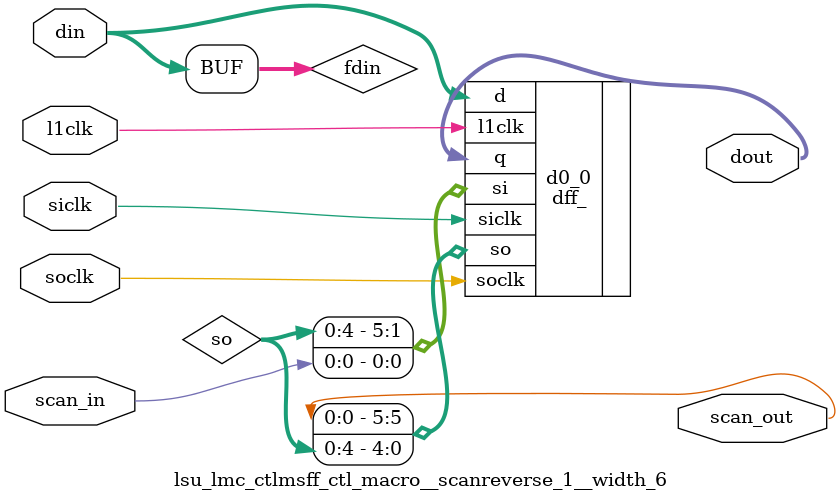
<source format=v>
module lsu_lmc_ctl (
  l2clk, 
  scan_in, 
  tcu_pce_ov, 
  tcu_scan_en, 
  spc_aclk, 
  spc_bclk, 
  scan_out, 
  dcc_tid_m, 
  dcc_ld_inst_vld_m, 
  dcc_pref_inst_m, 
  dcc_ld_miss_b, 
  dcc_ld_miss_ldd, 
  dcc_asi_load_b, 
  dcc_asi_iomap_b, 
  dcc_blk_inst_b, 
  dcc_ldbl_b, 
  dcc_ncache_b, 
  dcc_ld_miss_ctl_b43, 
  dcc_atomic_b, 
  dcc_casa_inst_b, 
  dcc_lsu_asi_rd_b, 
  dcc_lsu_asi_sel_w, 
  dcc_ceter_wr_w, 
  dcc_stb_diag_sel_w3, 
  dcc_exception_flush_b, 
  dcc_perror_b, 
  dcc_sync_pipe_w, 
  dcc_cache_diag_wr_b, 
  dcc_asi_rtn_vld, 
  dcc_asi_rtn_excp, 
  dcc_asi_rtn_rd, 
  pic_casa_squash_req, 
  pic_early_ld_b_sel_p3, 
  pic_no_load_p3, 
  pic_asi_busy, 
  lmd_pcx_pref, 
  lmd_asi_ld, 
  lmd_asi_indet, 
  lmd_sec_cmp_b, 
  lmd_addrb2, 
  lmd_sz_b1, 
  lmd_sz_b0, 
  lmd_ldbl, 
  lmd_rd_e, 
  lmd_dc_err_e, 
  lmd_fill_addr_b3_e, 
  lmd_fill_sz_b0_e, 
  tlb_pgnum_b39, 
  tlb_cam_mhit, 
  tlu_flush_lsu_b, 
  tlu_cerer_sbdlc, 
  tlu_cerer_sbdlu, 
  tlu_cerer_dcl2c, 
  tlu_cerer_dcl2u, 
  tlu_cerer_dcl2nd, 
  tlu_cerer_l2c_socc, 
  tlu_cerer_l2u_socu, 
  dec_flush_lm, 
  dec_flush_lb, 
  dec_ld_inst_d, 
  cic_l2fill_vld_e, 
  cic_cpq_ld_rdy, 
  cic_cpq_ld_rdy_, 
  cic_div_stall_d, 
  cic_oddrd_e, 
  cic_xinval_e, 
  cic_xinval, 
  cic_set_inval, 
  cic_rtn_cmplt, 
  cic_cpq_stall, 
  cic_ext_interrupt, 
  cid_tid, 
  cid_err, 
  cid_dcsoc_err_e, 
  cid_l2miss, 
  stb_cam_hit, 
  stb_cam_mhit, 
  stb_ld_part_raw, 
  stb_cecc_err, 
  stb_uecc_err, 
  sbd_st_data_b_62, 
  sbs_all_commited, 
  sbc_st_atom_p3, 
  sbc_rawp_rst, 
  sbc_st_sel_tid_p4, 
  sbc_force_inv, 
  sbc_kill_store_p4_, 
  lsu_lsu_pmen, 
  lmc_lmq_enable_b, 
  lmc_pcx_sel_p4, 
  lmc_pcx_rq_vld, 
  lmc_asi_rq_vld, 
  lmc_ld_rq_p3, 
  lmc_ld_vld_p4, 
  lmc_ld_no_req_p4, 
  lmc_ld_inv_p4, 
  lmc_ld_tid, 
  lmc_byp_sel_e, 
  lmc_cpq_tid_m, 
  lmc_lmq_bypass_en, 
  lmc_asi_bypass_m, 
  lmc_bld_addr54, 
  lmc_bld_req, 
  lmc_bld_req_, 
  lmc_bld_annul, 
  lmc_bld_miss_e, 
  lmc_bld_last_e, 
  lmc_rd_update, 
  lmc_pref_issued, 
  lmc_ldd_vld, 
  lmc_ld_unfilled, 
  lmc_lmd_ncache_b, 
  lmc_ld_sz, 
  lmc_ld_inst_w, 
  lmc_full_raw_w, 
  lmc_ld_stall, 
  lmc_l2_err_noup, 
  lmc_l2_uerr, 
  lmc_byp_data_hi, 
  lmc_byp_data_enable, 
  lmc_thrd_byp_sel_e, 
  lmc_thrd_byp_sel_m, 
  lmc_byp_tid_m, 
  lmc_byp_vld_m, 
  lmc_lmq0_byp_sel, 
  lmc_lmq1_byp_sel, 
  lmc_lmq2_byp_sel, 
  lmc_lmq3_byp_sel, 
  lmc_lmq4_byp_sel, 
  lmc_lmq5_byp_sel, 
  lmc_lmq6_byp_sel, 
  lmc_lmq7_byp_sel, 
  lmc_asi_indet_retire, 
  lsu_ifu_no_miss, 
  lsu_dcmh_err_g, 
  lsu_dcvp_err_g, 
  lsu_dctp_err_g, 
  lsu_dcdp_err_g, 
  lsu_dcerr_tid_g, 
  lsu_dcl2c_err_g, 
  lsu_dcl2u_err_g, 
  lsu_dcl2nd_err_g, 
  lsu_sbdlc_err_g, 
  lsu_sbdlu_err_g, 
  lsu_stberr_tid_g, 
  lbist_run, 
  mbi_run, 
  lmc_mbi_run, 
  lmc_bist_or_diag_e);
wire se;
wire pce_ov;
wire stop;
wire siclk;
wire soclk;
wire l1clk;
wire rqpend_clken;
wire l1clk_pm1;
wire [7:0] cpq_mx_thread;
wire [7:0] ceter_pscce_in;
wire [7:0] thread_w;
wire st_data_w_62;
wire [7:0] ceter_pscce_reg;
wire dff_ceter_scanin;
wire dff_ceter_scanout;
wire ceter_pscce_cpq;
wire ceter_pscce_w3;
wire [7:0] thread_w3;
wire dff_cerer_scanin;
wire dff_cerer_scanout;
wire cerer_sbdlc;
wire cerer_sbdlu;
wire cerer_dcl2c;
wire cerer_dcl2u;
wire cerer_dcl2nd;
wire cerer_socc;
wire cerer_socu;
wire [7:0] thread_b;
wire [2:0] tid_b;
wire dff_thread_w_scanin;
wire dff_thread_w_scanout;
wire dff_flush_b_scanin;
wire dff_flush_b_scanout;
wire local_flush_b;
wire flush_b;
wire excep_only_flush_b;
wire dff_flush_w_scanin;
wire dff_flush_w_scanout;
wire flush_w;
wire perror_w;
wire dff_inst_b_scanin;
wire dff_inst_b_scanout;
wire ld_inst_vld_b;
wire pref_inst_b;
wire blk_inst_w;
wire dff_inst_w_scanin;
wire dff_inst_w_scanout;
wire pref_inst_w;
wire excep_only_flush_w;
wire [7:0] load_lmq_entry;
wire dff_l2fill_scanin;
wire dff_l2fill_scanout;
wire l2fill_vld_m;
wire [7:0] ld_fill;
wire [7:0] ld_unfilled_in;
wire [7:0] ld_unfilled;
wire dff_unfilled_scanin;
wire dff_unfilled_scanout;
wire [7:0] ld_unfilled_out;
wire [7:0] ld_pcx_vld_set;
wire ncache_w;
wire ld_sec_hit_b;
wire tlb_pgnum_b39_b;
wire stb_cam_hit_b;
wire stb_cam_mhit_b;
wire stb_ld_part_raw_b;
wire dff_stb_raw_scanin;
wire dff_stb_raw_scanout;
wire stb_cam_hit_w;
wire stb_cam_mhit_w;
wire stb_ld_part_raw_w;
wire tlb_pgnum_b39_w;
wire ldbl_w;
wire ld_full_raw_w;
wire ld_part_raw_w;
wire ld_rawp_disabled_asi_b;
wire [7:0] ld_rawp_disabled_in;
wire [7:0] ld_rawp_disabled;
wire dff_rawp_disable_scanin;
wire dff_rawp_disable_scanout;
wire ld_rawp_disabled_asi_w;
wire [7:0] ld_rawp_disabled_out;
wire [7:0] ld_rawp_disabled_set;
wire [7:0] ldd_vld_in;
wire dff_ldd_vld_scanin;
wire dff_ldd_vld_scanout;
wire lmq_vld_enable_b;
wire lmq_vld_cancel_b;
wire dff_ld_lmq_en_b_scanin;
wire dff_ld_lmq_en_b_scanout;
wire lmq_vld_enable_w_pre;
wire lmq_vld_cancel_w_pre;
wire lmq_vld_cancel_w;
wire lmq_vld_enable_w;
wire [7:0] ld_pcx_vld_rst;
wire [7:0] ld_pcx_commit;
wire [7:0] kill_pcx_ld_req;
wire [7:0] bld_hold;
wire [7:0] perr_inv;
wire [7:0] ld_pcx_vld_in;
wire [7:0] ld_pcx_vld;
wire dff_ld_pcx_vld_scanin;
wire dff_ld_pcx_vld_scanout;
wire [7:0] ld_pcx_vld_out;
wire ld_asi_vld_set_b;
wire [7:0] ld_asi_vld_set;
wire ld_asi_vld_set_w;
wire [7:0] ld_asi_vld_in;
wire [7:0] ld_asi_vld_rst;
wire [7:0] ld_asi_vld;
wire dff_ld_asi_vld_scanin;
wire dff_ld_asi_vld_scanout;
wire [7:0] ld_asi_vld_out;
wire early_ld_cancel_w;
wire [7:0] ld_pcx_rq_vld;
wire early_ld_b_sel_p4;
wire block_ldd_req;
wire [7:0] ld_asi_rq_vld;
wire asi_indet_block;
wire [7:0] ld_rq_vld;
wire [7:0] load_miss_w;
wire ld_inst_unflushed_w;
wire ld_inst_vld_w;
wire lru8_scanin;
wire lru8_scanout;
wire [7:0] ld_rq_sel;
wire [7:0] ld_pcx_rq_sel;
wire [7:0] ld_asi_rq_sel;
wire ld_pcx_sel_p3;
wire ld_asi_sel_p3;
wire [7:0] ld_early_rq_sel;
wire [7:0] ld_all_rq_sel;
wire [7:0] st_atom_p4_dec;
wire dff_ld_sel_scanin;
wire dff_ld_sel_scanout;
wire [7:0] ld_all_sel_p4;
wire ld_pcx_sel_p4;
wire [3:0] ldd_count_p1;
wire [3:0] ldd_count;
wire [3:0] ldd_count_m1;
wire inc_ldd_count_pre;
wire dec_ldd_count;
wire [3:0] ldd_count_in;
wire inc_ldd_count;
wire dff_ldd_out_scanin;
wire dff_ldd_out_scanout;
wire cpq_stall;
wire casa_ld_to_pcx;
wire [3:0] st_atom_p3;
wire casa_bypass_d;
wire dff_st_atom_p4_scanin;
wire dff_st_atom_p4_scanout;
wire [3:0] st_atom_p4;
wire casa_bypass_e;
wire [3:0] st_atom_p4_in;
wire dff_st_atom_p5_scanin;
wire dff_st_atom_p5_scanout;
wire asi_indet_sel;
wire asi_indet_retire;
wire asi_indet_in;
wire dff_asi_indet_scanin;
wire dff_asi_indet_scanout;
wire dff_cpq_tid_scanin;
wire dff_cpq_tid_scanout;
wire ld_inst_nopref_b;
wire dff_ld_raw_w_scanin;
wire dff_ld_raw_w_scanout;
wire ld_inst_nopref_w;
wire [2:0] tid_w;
wire ld_raw_bypass_w;
wire dff_ld_raw_w2_scanin;
wire dff_ld_raw_w2_scanout;
wire ld_raw_bypass_w2;
wire [2:0] tid_w2;
wire dff_ld_raw_w3_scanin;
wire dff_ld_raw_w3_scanout;
wire ld_raw_bypass_w3;
wire [2:0] tid_w3;
wire sbdlc_err;
wire sbdlu_err;
wire [7:0] lmq_bypass_vld;
wire [7:0] ldbyp_vld_en;
wire [7:0] ldbyp_rst;
wire [7:0] ldbyp_vld;
wire dff_ldbyp_vld_scanin;
wire dff_ldbyp_vld_scanout;
wire ld_bypass_ok_d;
wire dff_ld_inst_e_scanin;
wire dff_ld_inst_e_scanout;
wire ld_bypass_ok_e;
wire byp_cnt_rst;
wire [2:0] byp_cnt_in;
wire [2:0] byp_cnt;
wire dff_byp_cnt_scanin;
wire dff_byp_cnt_scanout;
wire ld_bypass_e;
wire byp_vld_e;
wire [7:0] thrd_byp_sel_e;
wire dff_thrd_byp_sel_m_scanin;
wire dff_thrd_byp_sel_m_scanout;
wire [7:0] thrd_byp_sel_m;
wire [7:0] bld_inst_w;
wire [7:0] bld_pending;
wire [7:0] bld_pend_hold;
wire [7:0] bld_pending_in;
wire [7:0] bld_reset;
wire dff_bld_pending_scanin;
wire dff_bld_pending_scanout;
wire [1:0] bld_addr54_p3;
wire [1:0] bld_cnt0;
wire [1:0] bld_cnt1;
wire [1:0] bld_cnt2;
wire [1:0] bld_cnt3;
wire [1:0] bld_cnt4;
wire [1:0] bld_cnt5;
wire [1:0] bld_cnt6;
wire [1:0] bld_cnt7;
wire bld_req_p3;
wire dff_bld_addr_scanin;
wire dff_bld_addr_scanout;
wire [1:0] bld_cnt0_in;
wire inc_bld0_cnt;
wire dff_bld_cnt0_scanin;
wire dff_bld_cnt0_scanout;
wire [1:0] bld_cnt1_in;
wire inc_bld1_cnt;
wire dff_bld_cnt1_scanin;
wire dff_bld_cnt1_scanout;
wire [1:0] bld_cnt2_in;
wire inc_bld2_cnt;
wire dff_bld_cnt2_scanin;
wire dff_bld_cnt2_scanout;
wire [1:0] bld_cnt3_in;
wire inc_bld3_cnt;
wire dff_bld_cnt3_scanin;
wire dff_bld_cnt3_scanout;
wire [1:0] bld_cnt4_in;
wire inc_bld4_cnt;
wire dff_bld_cnt4_scanin;
wire dff_bld_cnt4_scanout;
wire [1:0] bld_cnt5_in;
wire inc_bld5_cnt;
wire dff_bld_cnt5_scanin;
wire dff_bld_cnt5_scanout;
wire [1:0] bld_cnt6_in;
wire inc_bld6_cnt;
wire dff_bld_cnt6_scanin;
wire dff_bld_cnt6_scanout;
wire [1:0] bld_cnt7_in;
wire inc_bld7_cnt;
wire dff_bld_cnt7_scanin;
wire dff_bld_cnt7_scanout;
wire [7:0] bld_annul_rst;
wire [7:0] bld_annul_in;
wire [7:0] bld_annul;
wire dff_bld_bypass_scanin;
wire dff_bld_bypass_scanout;
wire block_load_annul;
wire [7:0] bld_miss_set;
wire [7:0] bld_miss_in;
wire [7:0] bld_miss;
wire report_and_clear_error;
wire [7:0] bld_miss_out;
wire bld_pass7;
wire dff_bld_miss_scanin;
wire dff_bld_miss_scanout;
wire bld_pass7_done;
wire [7:0] pref_issued;
wire dff_pref_issued_scanin;
wire dff_pref_issued_scanout;
wire [7:0] perr_set;
wire [7:0] perr_inv_in;
wire dff_perr_scanin;
wire dff_perr_scanout;
wire ld_inv_p3;
wire [7:0] perr_inv_out;
wire ld_inv_p4;
wire lsu_dcvp_err_e2;
wire lsu_dctp_err_e2;
wire lsu_dcmh_err_e2;
wire lsu_dcdp_err_e2;
wire dff_dcerr_scanin;
wire dff_dcerr_scanout;
wire [1:0] l2_err;
wire [1:0] l2_err0;
wire [1:0] l2_err1;
wire [1:0] l2_err2;
wire [1:0] l2_err3;
wire [1:0] l2_err4;
wire [1:0] l2_err5;
wire [1:0] l2_err6;
wire [1:0] l2_err7;
wire [1:0] l2_err_qual;
wire [1:0] l2_err_new;
wire [1:0] l2_err0_in;
wire [1:0] l2_err1_in;
wire [1:0] l2_err2_in;
wire [1:0] l2_err3_in;
wire [1:0] l2_err4_in;
wire [1:0] l2_err5_in;
wire [1:0] l2_err6_in;
wire [1:0] l2_err7_in;
wire dff_l2errcode_scanin;
wire dff_l2errcode_scanout;
wire dcl2c_err;
wire dcl2u_err;
wire dcl2nd_err;
wire dff_l2err_scanin;
wire dff_l2err_scanout;
wire [2:0] stberr_tid;
wire dff_stberr_scanin;
wire dff_stberr_scanout;
wire [7:0] xinval_pend_in;
wire [7:0] xinval_pend;
wire cpq_xinval_m;
wire dff_xinval_pend_scanin;
wire dff_xinval_pend_scanout;
wire dff_bist_diag_scanin;
wire dff_bist_diag_scanout;
wire bist_or_diag_d;
wire spares_scanin;
wire spares_scanout;
wire [4:0] unused;


// Globals
input		l2clk;
input 		scan_in;
input 		tcu_pce_ov;		// scan signals
input		tcu_scan_en;
input 		spc_aclk;
input 		spc_bclk;
output		scan_out;

input	[2:0]	dcc_tid_m;
input		dcc_ld_inst_vld_m;
input		dcc_pref_inst_m;
input		dcc_ld_miss_b;		// A load that needs to go to L2
input		dcc_ld_miss_ldd;
input		dcc_asi_load_b;
input		dcc_asi_iomap_b;
input		dcc_blk_inst_b;		// Block load instruction in B
input		dcc_ldbl_b;
input		dcc_ncache_b;		// Non-cacheable ldst in B
input		dcc_ld_miss_ctl_b43;	// Non-cacheable request to pcx
input		dcc_atomic_b;	
input		dcc_casa_inst_b;
input		dcc_lsu_asi_rd_b;
input		dcc_lsu_asi_sel_w;
input		dcc_ceter_wr_w;
input		dcc_stb_diag_sel_w3;
input		dcc_exception_flush_b;
input		dcc_perror_b;
input		dcc_sync_pipe_w;
input		dcc_cache_diag_wr_b;

input	[7:0]	dcc_asi_rtn_vld;
input		dcc_asi_rtn_excp;
input		dcc_asi_rtn_rd;

input		pic_casa_squash_req;	// No loads can request this cycle
input		pic_early_ld_b_sel_p3;	// The load in B is going to the pcx
input		pic_no_load_p3;		// Load cannot issue in P3
input		pic_asi_busy;		// ASI ring cannot accept a request

input		lmd_pcx_pref;
input	[7:0]	lmd_asi_ld;
input	[7:0]	lmd_asi_indet;
input	[7:0]	lmd_sec_cmp_b;		// secondary hit compare results
input		lmd_addrb2;
input		lmd_sz_b1;
input		lmd_sz_b0;
input		lmd_ldbl;
input	[2:1]	lmd_rd_e;
input	[1:0]	lmd_dc_err_e;
input		lmd_fill_addr_b3_e;
input		lmd_fill_sz_b0_e;

input		tlb_pgnum_b39;
input		tlb_cam_mhit;

input		tlu_flush_lsu_b;	// Flush the instruction in B
input		tlu_cerer_sbdlc;
input		tlu_cerer_sbdlu;
input		tlu_cerer_dcl2c;
input		tlu_cerer_dcl2u;
input		tlu_cerer_dcl2nd;
input		tlu_cerer_l2c_socc;
input		tlu_cerer_l2u_socu;

input		dec_flush_lm;		// Flush the instruction in M
input		dec_flush_lb;		// Flush the instruction in B
input		dec_ld_inst_d;

input		cic_l2fill_vld_e;
input		cic_cpq_ld_rdy;
input		cic_cpq_ld_rdy_;
input		cic_div_stall_d;
input		cic_oddrd_e;
input		cic_xinval_e;		// xinval is being processed
input	[7:0]	cic_xinval;		// xinval arrived for a thread
input		cic_set_inval;
input		cic_rtn_cmplt;
input		cic_cpq_stall;
input		cic_ext_interrupt;

input	[2:0]	cid_tid;
input	[1:0]	cid_err;
input		cid_dcsoc_err_e;
input		cid_l2miss;

input		stb_cam_hit;
input		stb_cam_mhit;
input		stb_ld_part_raw;
input		stb_cecc_err;
input		stb_uecc_err;

input		sbd_st_data_b_62;

input	[7:0]	sbs_all_commited;

input	[7:0]	sbc_st_atom_p3;
input	[7:0]	sbc_rawp_rst;
input	[2:0]	sbc_st_sel_tid_p4;
input		sbc_force_inv;
input		sbc_kill_store_p4_;

input		lsu_lsu_pmen;

output	[7:0]	lmc_lmq_enable_b;	// Load enables for LMQ flops (threaded)
output	[7:0]	lmc_pcx_sel_p4;		// Which thread to send to pcx/asi
output		lmc_pcx_rq_vld;		// At least one thread is ready to issue
output		lmc_asi_rq_vld;		// At least one thread is ready to issue
output		lmc_ld_rq_p3;
output		lmc_ld_vld_p4;
output		lmc_ld_no_req_p4;	// Cancel the pcx request of the load
output		lmc_ld_inv_p4;
output	[2:0]	lmc_ld_tid;		// Thread ID of load selected for issue
output	[7:0]	lmc_byp_sel_e;		// Thread select for fill/bypass data
output	[2:0]	lmc_cpq_tid_m;		// Thread ID of current cpq packet
output	[7:0]	lmc_lmq_bypass_en;	// Load enable for the LMQ bypass registers
output		lmc_asi_bypass_m;	// ASI data is bypassing now
output	[1:0]	lmc_bld_addr54;		// Block load address modifier
output		lmc_bld_req;		// Current pcx req is for block load
output		lmc_bld_req_;
output		lmc_bld_annul;		
output		lmc_bld_miss_e;
output		lmc_bld_last_e;
output	[7:0]	lmc_rd_update;
output	[7:0]	lmc_pref_issued;	// Prefetch issued to pcx
output	[7:0]	lmc_ldd_vld;
output	[7:0]	lmc_ld_unfilled;
output		lmc_lmd_ncache_b;
output	[4:0]	lmc_ld_sz;
output		lmc_ld_inst_w;
output		lmc_full_raw_w;
output		lmc_ld_stall;		// stall pipe so bypass can complete
output		lmc_l2_err_noup;
output		lmc_l2_uerr;
output		lmc_byp_data_hi;
output		lmc_byp_data_enable;

output	[7:0]	lmc_thrd_byp_sel_e;	// Thread is bypassing (or filling)
output	[7:0]	lmc_thrd_byp_sel_m;	// Which thread's bypass register is bypassing
output	[2:0]	lmc_byp_tid_m;		// Which thread's bypass register is bypassing
output		lmc_byp_vld_m;		// A bypass is occuring
output	[4:0]	lmc_lmq0_byp_sel;	// source selects for load bypass registers
output	[4:0]	lmc_lmq1_byp_sel;	// source selects for load bypass registers
output	[4:0]	lmc_lmq2_byp_sel;	// source selects for load bypass registers
output	[4:0]	lmc_lmq3_byp_sel;	// source selects for load bypass registers
output	[4:0]	lmc_lmq4_byp_sel;	// source selects for load bypass registers
output	[4:0]	lmc_lmq5_byp_sel;	// source selects for load bypass registers
output	[4:0]	lmc_lmq6_byp_sel;	// source selects for load bypass registers
output	[4:0]	lmc_lmq7_byp_sel;	// source selects for load bypass registers
output		lmc_asi_indet_retire;	// indeterminate ASI load back from ring

output	[7:0]	lsu_ifu_no_miss;	// xinval pending so do not allow I$ miss

output		lsu_dcmh_err_g;
output		lsu_dcvp_err_g;
output		lsu_dctp_err_g;
output		lsu_dcdp_err_g;
output	[2:0]	lsu_dcerr_tid_g;

output		lsu_dcl2c_err_g;
output		lsu_dcl2u_err_g;
output		lsu_dcl2nd_err_g;

output		lsu_sbdlc_err_g;
output		lsu_sbdlu_err_g;
output	[2:0]	lsu_stberr_tid_g;

input		lbist_run;
input		mbi_run;
output		lmc_mbi_run;
output		lmc_bist_or_diag_e;

// scan renames
assign se = tcu_scan_en;
assign pce_ov = tcu_pce_ov;
assign stop = 1'b0;
assign siclk = spc_aclk;
assign soclk = spc_bclk;
// end scan

//////////////////////////////
// Clock header
//////////////////////////////
lsu_lmc_ctll1clkhdr_ctl_macro clkgen (
        .l2clk  (l2clk                          ),
        .l1en   (1'b1                           ),
        .l1clk  (l1clk                          ),
  .pce_ov(pce_ov),
  .stop(stop),
  .se(se)
);

lsu_lmc_ctll1clkhdr_ctl_macro rqpend_clkgen (
        .l2clk  (l2clk                          ),
        .l1en   (rqpend_clken                   ),
        .l1clk  (l1clk_pm1                      ),
  .pce_ov(pce_ov),
  .stop(stop),
  .se(se)
);

assign cpq_mx_thread[0] = (cid_tid[2:0] == 3'd0);
assign cpq_mx_thread[1] = (cid_tid[2:0] == 3'd1);
assign cpq_mx_thread[2] = (cid_tid[2:0] == 3'd2);
assign cpq_mx_thread[3] = (cid_tid[2:0] == 3'd3);
assign cpq_mx_thread[4] = (cid_tid[2:0] == 3'd4);
assign cpq_mx_thread[5] = (cid_tid[2:0] == 3'd5);
assign cpq_mx_thread[6] = (cid_tid[2:0] == 3'd6);
assign cpq_mx_thread[7] = (cid_tid[2:0] == 3'd7);

assign ceter_pscce_in[0] = (dcc_ceter_wr_w & thread_w[0]) ? st_data_w_62 : ceter_pscce_reg[0];
assign ceter_pscce_in[1] = (dcc_ceter_wr_w & thread_w[1]) ? st_data_w_62 : ceter_pscce_reg[1];
assign ceter_pscce_in[2] = (dcc_ceter_wr_w & thread_w[2]) ? st_data_w_62 : ceter_pscce_reg[2];
assign ceter_pscce_in[3] = (dcc_ceter_wr_w & thread_w[3]) ? st_data_w_62 : ceter_pscce_reg[3];
assign ceter_pscce_in[4] = (dcc_ceter_wr_w & thread_w[4]) ? st_data_w_62 : ceter_pscce_reg[4];
assign ceter_pscce_in[5] = (dcc_ceter_wr_w & thread_w[5]) ? st_data_w_62 : ceter_pscce_reg[5];
assign ceter_pscce_in[6] = (dcc_ceter_wr_w & thread_w[6]) ? st_data_w_62 : ceter_pscce_reg[6];
assign ceter_pscce_in[7] = (dcc_ceter_wr_w & thread_w[7]) ? st_data_w_62 : ceter_pscce_reg[7];

lsu_lmc_ctlmsff_ctl_macro__width_9 dff_ceter  (
	.scan_in(dff_ceter_scanin),
	.scan_out(dff_ceter_scanout),
	.din	({sbd_st_data_b_62,ceter_pscce_in[7:0]}),
	.dout	({st_data_w_62,    ceter_pscce_reg[7:0]}),
  .l1clk(l1clk),
  .siclk(siclk),
  .soclk(soclk)
);

assign ceter_pscce_cpq = (cpq_mx_thread[0] & ceter_pscce_reg[0]) |
                         (cpq_mx_thread[1] & ceter_pscce_reg[1]) | 
                         (cpq_mx_thread[2] & ceter_pscce_reg[2]) | 
                         (cpq_mx_thread[3] & ceter_pscce_reg[3]) | 
                         (cpq_mx_thread[4] & ceter_pscce_reg[4]) | 
                         (cpq_mx_thread[5] & ceter_pscce_reg[5]) | 
                         (cpq_mx_thread[6] & ceter_pscce_reg[6]) | 
                         (cpq_mx_thread[7] & ceter_pscce_reg[7]) ;

assign ceter_pscce_w3 = (thread_w3[0] & ceter_pscce_reg[0]) |
                        (thread_w3[1] & ceter_pscce_reg[1]) | 
                        (thread_w3[2] & ceter_pscce_reg[2]) | 
                        (thread_w3[3] & ceter_pscce_reg[3]) | 
                        (thread_w3[4] & ceter_pscce_reg[4]) | 
                        (thread_w3[5] & ceter_pscce_reg[5]) | 
                        (thread_w3[6] & ceter_pscce_reg[6]) | 
                        (thread_w3[7] & ceter_pscce_reg[7]) ;

lsu_lmc_ctlmsff_ctl_macro__width_7 dff_cerer  (
	.scan_in(dff_cerer_scanin),
	.scan_out(dff_cerer_scanout),
	.din	({tlu_cerer_sbdlc,tlu_cerer_sbdlu,tlu_cerer_dcl2c,tlu_cerer_dcl2u,tlu_cerer_dcl2nd,
		  tlu_cerer_l2c_socc, tlu_cerer_l2u_socu}),
	.dout	({    cerer_sbdlc,    cerer_sbdlu,    cerer_dcl2c,    cerer_dcl2u,    cerer_dcl2nd,
		  cerer_socc,         cerer_socu}),
  .l1clk(l1clk),
  .siclk(siclk),
  .soclk(soclk)
);

//////////////////////////////
// Thread decoding
//////////////////////////////

assign thread_b[0] = ~tid_b[2] & ~tid_b[1] & ~tid_b[0];
assign thread_b[1] = ~tid_b[2] & ~tid_b[1] &  tid_b[0];
assign thread_b[2] = ~tid_b[2] &  tid_b[1] & ~tid_b[0];
assign thread_b[3] = ~tid_b[2] &  tid_b[1] &  tid_b[0];
assign thread_b[4] =  tid_b[2] & ~tid_b[1] & ~tid_b[0];
assign thread_b[5] =  tid_b[2] & ~tid_b[1] &  tid_b[0];
assign thread_b[6] =  tid_b[2] &  tid_b[1] & ~tid_b[0];
assign thread_b[7] =  tid_b[2] &  tid_b[1] &  tid_b[0];

lsu_lmc_ctlmsff_ctl_macro__width_8 dff_thread_w  (
	.scan_in(dff_thread_w_scanin),
	.scan_out(dff_thread_w_scanout),
	.l1clk	(l1clk_pm1),
	.din	(thread_b[7:0]),
	.dout	(thread_w[7:0]),
  .siclk(siclk),
  .soclk(soclk)
);

//////////////////////////////
// Instruction flushing
//////////////////////////////

lsu_lmc_ctlmsff_ctl_macro__width_1 dff_flush_b  (
	.scan_in(dff_flush_b_scanin),
	.scan_out(dff_flush_b_scanout),
	.din	(dec_flush_lm),
	.dout	(local_flush_b),
  .l1clk(l1clk),
  .siclk(siclk),
  .soclk(soclk)
);

assign flush_b = tlu_flush_lsu_b | dec_flush_lb | local_flush_b | dcc_exception_flush_b;
assign excep_only_flush_b = dcc_exception_flush_b & ~(tlu_flush_lsu_b | dec_flush_lb | local_flush_b);

lsu_lmc_ctlmsff_ctl_macro__width_2 dff_flush_w  (
	.scan_in(dff_flush_w_scanin),
	.scan_out(dff_flush_w_scanout),
	.din	({flush_b,dcc_perror_b}),
	.dout	({flush_w,perror_w}),
  .l1clk(l1clk),
  .siclk(siclk),
  .soclk(soclk)
);

////////////////////////////////////////////////////////////////////////////////
// Enables to load miss information into the LMQ buffers
// LMQ buffers are written in the W stage, so the enable must be valid in B.
// ld_miss_b will be the critical signal.  If it's too late, the LMQ can be loaded
// on every miss and a separate signal used to track whether the load needs to go
// to L2, but this will mess up the LRU mechanism below, so I'd like to avoid it
// if possible.
////////////////////////////////////////////////////////////////////////////////

lsu_lmc_ctlmsff_ctl_macro__width_6 dff_inst_b  (
	.scan_in(dff_inst_b_scanin),
	.scan_out(dff_inst_b_scanout),
	.din	({dcc_ld_inst_vld_m, dcc_pref_inst_m, dcc_blk_inst_b,dcc_tid_m[2:0]}),
	.dout	({    ld_inst_vld_b,     pref_inst_b, blk_inst_w,    tid_b[2:0]}),
  .l1clk(l1clk),
  .siclk(siclk),
  .soclk(soclk)
);

lsu_lmc_ctlmsff_ctl_macro__width_2 dff_inst_w  (
	.scan_in(dff_inst_w_scanin),
	.scan_out(dff_inst_w_scanout),
	.l1clk	(l1clk_pm1),
	.din	({pref_inst_b, excep_only_flush_b}),
	.dout	({pref_inst_w, excep_only_flush_w}),
  .siclk(siclk),
  .soclk(soclk)
);

assign load_lmq_entry[7:0] = (({8{ld_inst_vld_b}} & thread_b[7:0]) &
                                ~(({8{dcc_sync_pipe_w}} & thread_w[7:0]) | {8{local_flush_b}}));
assign lmc_lmq_enable_b[7:0] = load_lmq_entry[7:0] | lmc_rd_update[7:0];

////////////////////////////////////////////////////////////////////////////////
// Fill state of each entry.  An unfilled flag is set when the miss occurs
// and cleared when the cache is filled (or when the data is bypassed in the
// case of non-cacheable loads).
////////////////////////////////////////////////////////////////////////////////

lsu_lmc_ctlmsff_ctl_macro__width_1 dff_l2fill  (
	.scan_in(dff_l2fill_scanin),
	.scan_out(dff_l2fill_scanout),
	.din	(cic_l2fill_vld_e),
	.dout	(l2fill_vld_m),
  .l1clk(l1clk),
  .siclk(siclk),
  .soclk(soclk)
);

assign ld_fill[0] = l2fill_vld_m & (lmc_cpq_tid_m[2:0] == 3'b000);
assign ld_fill[1] = l2fill_vld_m & (lmc_cpq_tid_m[2:0] == 3'b001);
assign ld_fill[2] = l2fill_vld_m & (lmc_cpq_tid_m[2:0] == 3'b010);
assign ld_fill[3] = l2fill_vld_m & (lmc_cpq_tid_m[2:0] == 3'b011);
assign ld_fill[4] = l2fill_vld_m & (lmc_cpq_tid_m[2:0] == 3'b100);
assign ld_fill[5] = l2fill_vld_m & (lmc_cpq_tid_m[2:0] == 3'b101);
assign ld_fill[6] = l2fill_vld_m & (lmc_cpq_tid_m[2:0] == 3'b110);
assign ld_fill[7] = l2fill_vld_m & (lmc_cpq_tid_m[2:0] == 3'b111);

assign ld_unfilled_in[7:0] = ld_unfilled[7:0] & ~ld_fill[7:0];

lsu_lmc_ctlmsff_ctl_macro__width_8 dff_unfilled  (
	.scan_in(dff_unfilled_scanin),
	.scan_out(dff_unfilled_scanout),
	.din	(ld_unfilled_in[7:0]),
	.dout	(ld_unfilled_out[7:0]),
  .l1clk(l1clk),
  .siclk(siclk),
  .soclk(soclk)
);
assign ld_unfilled[7:0] = (ld_pcx_vld_set[7:0] & {8{~ncache_w}}) | ld_unfilled_out[7:0];

////////////////////////////////////////////////////////////////////////////////
// Secondary miss processing
// A load miss is considered secondary if it matches a load from another thread
// that has a miss pending.  In this case, the secondary load will be marked
// as non-cacheable to avoid cache pollution. 
////////////////////////////////////////////////////////////////////////////////

assign lmc_ld_unfilled[7:0] = ld_unfilled[7:0];

assign ld_sec_hit_b = (|(lmd_sec_cmp_b[7:0]) & ~dcc_asi_load_b);

assign lmc_lmd_ncache_b = dcc_ld_miss_ctl_b43 | ld_sec_hit_b;

////////////////////////////////////////////////////////////////////////////////
// Partial RAW handling
// Partial RAWs and loads treated like partial raws (full raw to multiple stb
// entries) cannot issue to the pcx until dependent stores have been committed
// to the pcx.  The depedency tracking is done in lsu_sbc_ctl.
////////////////////////////////////////////////////////////////////////////////

assign tlb_pgnum_b39_b = ld_inst_vld_b & tlb_pgnum_b39 & ~tlb_cam_mhit;

assign stb_cam_hit_b     = stb_cam_hit     & ~(lbist_run | lmc_mbi_run);
assign stb_cam_mhit_b    = stb_cam_mhit    & ~(lbist_run | lmc_mbi_run);
assign stb_ld_part_raw_b = stb_ld_part_raw & ~(lbist_run | lmc_mbi_run);

lsu_lmc_ctlmsff_ctl_macro__width_5 dff_stb_raw  (
	.scan_in(dff_stb_raw_scanin),
	.scan_out(dff_stb_raw_scanout),
	.l1clk	(l1clk_pm1),
	.din	({stb_cam_hit_b,stb_cam_mhit_b,stb_ld_part_raw_b,tlb_pgnum_b39_b,dcc_ldbl_b}),
	.dout	({stb_cam_hit_w,stb_cam_mhit_w,stb_ld_part_raw_w,tlb_pgnum_b39_w,ldbl_w}),
  .siclk(siclk),
  .soclk(soclk)
);

assign ld_full_raw_w = stb_cam_hit_w & ~ld_part_raw_w;
assign ld_part_raw_w = stb_ld_part_raw_w |			// a partial hit
                       stb_cam_mhit_w |				// multiple hits
                       tlb_pgnum_b39_w |			// IO load
                       (ldbl_w & stb_cam_hit_w) ;		// BLD/QUAD/LDD

assign ld_rawp_disabled_asi_b = (dcc_asi_load_b & ~dcc_lsu_asi_rd_b) & ld_inst_vld_b;

assign ld_rawp_disabled_in[7:0] = (ld_rawp_disabled[7:0] & ~sbc_rawp_rst[7:0]) & ~sbs_all_commited[7:0];

lsu_lmc_ctlmsff_ctl_macro__width_9 dff_rawp_disable  (
	.scan_in(dff_rawp_disable_scanin),
	.scan_out(dff_rawp_disable_scanout),
	.l1clk	(l1clk_pm1),
	.din	({ld_rawp_disabled_asi_b,ld_rawp_disabled_in[7:0]}),
	.dout	({ld_rawp_disabled_asi_w,ld_rawp_disabled_out[7:0]}),
  .siclk(siclk),
  .soclk(soclk)
);

// Don't change or remove this signal name.  It's used by the bench.
assign ld_rawp_disabled_set[7:0] = {8{ (ld_rawp_disabled_asi_w | ld_part_raw_w) & ~flush_w }} & thread_w[7:0];	

assign ld_rawp_disabled[7:0] = ld_rawp_disabled_set[7:0] | ld_rawp_disabled_out[7:0];

////////////////////////////////////////////////////////////////////////////////
// Track ldd flags here.  They used to be part of lmq entry in lsu_lmd_dp, but
// they need to be here for timing.
////////////////////////////////////////////////////////////////////////////////

assign ldd_vld_in[7:0] = ( load_lmq_entry[7:0] & {8{dcc_ld_miss_ldd}}) |
                         (~load_lmq_entry[7:0] & lmc_ldd_vld[7:0]);

lsu_lmc_ctlmsff_ctl_macro__width_8 dff_ldd_vld  (
	.scan_in(dff_ldd_vld_scanin),
	.scan_out(dff_ldd_vld_scanout),
	.l1clk	(l1clk_pm1),
	.din	(ldd_vld_in[7:0]),
	.dout	(lmc_ldd_vld[7:0]),
  .siclk(siclk),
  .soclk(soclk)
);

////////////////////////////////////////////////////////////////////////////////
// PCX and ASI Load Control
// An LMQ entry is ready to issue to the pcx when it is loaded.
// The request is cleared once the entry successfully issues to the pcx.
//
//	B	|	W/P3	|	P4	
//		|		|		
// miss detected| LMQ loaded	| packet to gasket	
//		| request set	|		
//		| arb for pcx	|		
//
// Arbitration among threads with pending load requests happens here.  Arbitration
// between the pcx sources (loads and stores) happens in the pic control block.
////////////////////////////////////////////////////////////////////////////////

// Load misses issue to the pcx with the following exceptions
// - internal ASI's which aren't IO mapped (they go to the ASI ring instead)
// - atomics (the STB arbitrates for these)
// - prefetches always issue, regardless
// - full raw

assign lmq_vld_enable_b = dcc_ld_miss_b & ld_inst_vld_b;
assign lmq_vld_cancel_b = (dcc_asi_load_b & ~dcc_asi_iomap_b) | dcc_atomic_b;

lsu_lmc_ctlmsff_ctl_macro__width_3 dff_ld_lmq_en_b  (
	.scan_in(dff_ld_lmq_en_b_scanin),
	.scan_out(dff_ld_lmq_en_b_scanout),
	.l1clk	(l1clk_pm1),
	.din	({lmq_vld_enable_b,    lmq_vld_cancel_b,    lmc_lmd_ncache_b}),
	.dout	({lmq_vld_enable_w_pre,lmq_vld_cancel_w_pre,ncache_w}),
  .siclk(siclk),
  .soclk(soclk)
);
assign lmq_vld_cancel_w = lmq_vld_cancel_w_pre | ld_full_raw_w;
assign lmq_vld_enable_w = (lmq_vld_enable_w_pre | ld_part_raw_w) & ~lmq_vld_cancel_w;

// PCX requests pending
assign ld_pcx_vld_set[0] = lmq_vld_enable_w & ~flush_w & thread_w[0];
assign ld_pcx_vld_set[1] = lmq_vld_enable_w & ~flush_w & thread_w[1];
assign ld_pcx_vld_set[2] = lmq_vld_enable_w & ~flush_w & thread_w[2];
assign ld_pcx_vld_set[3] = lmq_vld_enable_w & ~flush_w & thread_w[3];
assign ld_pcx_vld_set[4] = lmq_vld_enable_w & ~flush_w & thread_w[4];
assign ld_pcx_vld_set[5] = lmq_vld_enable_w & ~flush_w & thread_w[5];
assign ld_pcx_vld_set[6] = lmq_vld_enable_w & ~flush_w & thread_w[6];
assign ld_pcx_vld_set[7] = lmq_vld_enable_w & ~flush_w & thread_w[7];

assign ld_pcx_vld_rst[7:0] = (ld_pcx_commit[7:0] | kill_pcx_ld_req[7:0]) & ~(bld_hold[7:0] | perr_inv[7:0]);

assign ld_pcx_vld_in[7:0] = ~ld_pcx_vld_rst[7:0] & ld_pcx_vld[7:0];

lsu_lmc_ctlmsff_ctl_macro__width_8 dff_ld_pcx_vld  (
	.scan_in(dff_ld_pcx_vld_scanin),
	.scan_out(dff_ld_pcx_vld_scanout),
	.l1clk	(l1clk_pm1),
	.din	(ld_pcx_vld_in[7:0]),
	.dout	(ld_pcx_vld_out[7:0]),
  .siclk(siclk),
  .soclk(soclk)
);
assign ld_pcx_vld[7:0] = ld_pcx_vld_set[7:0] | ld_pcx_vld_out[7:0];

// ASI requests pending
assign ld_asi_vld_set_b = dcc_asi_load_b & ~dcc_asi_iomap_b & ~dcc_lsu_asi_rd_b;

assign ld_asi_vld_set[0] = ld_asi_vld_set_w & ~flush_w & thread_w[0];
assign ld_asi_vld_set[1] = ld_asi_vld_set_w & ~flush_w & thread_w[1];
assign ld_asi_vld_set[2] = ld_asi_vld_set_w & ~flush_w & thread_w[2];
assign ld_asi_vld_set[3] = ld_asi_vld_set_w & ~flush_w & thread_w[3];
assign ld_asi_vld_set[4] = ld_asi_vld_set_w & ~flush_w & thread_w[4];
assign ld_asi_vld_set[5] = ld_asi_vld_set_w & ~flush_w & thread_w[5];
assign ld_asi_vld_set[6] = ld_asi_vld_set_w & ~flush_w & thread_w[6];
assign ld_asi_vld_set[7] = ld_asi_vld_set_w & ~flush_w & thread_w[7];

assign ld_asi_vld_in[7:0] = ~ld_asi_vld_rst[7:0] & ld_asi_vld[7:0];

lsu_lmc_ctlmsff_ctl_macro__width_9 dff_ld_asi_vld  (
	.scan_in(dff_ld_asi_vld_scanin),
	.scan_out(dff_ld_asi_vld_scanout),
	.l1clk	(l1clk_pm1),
	.din	({ld_asi_vld_set_b,ld_asi_vld_in[7:0]}),
	.dout	({ld_asi_vld_set_w,ld_asi_vld_out[7:0]}),
  .siclk(siclk),
  .soclk(soclk)
);

assign ld_asi_vld[7:0] = ld_asi_vld_set[7:0] | ld_asi_vld_out[7:0];

// Is the load which made an early request still valid?
assign early_ld_cancel_w = ld_full_raw_w | ld_part_raw_w | flush_w | perror_w;

// A thread should never have pcx and asi requests valid simultaneously
// 0in bits_on -var {ld_pcx_vld[0],ld_asi_vld[0]} -max 1 -message "PCX and ASI load requests for thread 0" 
// 0in bits_on -var {ld_pcx_vld[1],ld_asi_vld[1]} -max 1 -message "PCX and ASI load requests for thread 1" 
// 0in bits_on -var {ld_pcx_vld[2],ld_asi_vld[2]} -max 1 -message "PCX and ASI load requests for thread 2" 
// 0in bits_on -var {ld_pcx_vld[3],ld_asi_vld[3]} -max 1 -message "PCX and ASI load requests for thread 3" 
// 0in bits_on -var {ld_pcx_vld[4],ld_asi_vld[4]} -max 1 -message "PCX and ASI load requests for thread 4" 
// 0in bits_on -var {ld_pcx_vld[5],ld_asi_vld[5]} -max 1 -message "PCX and ASI load requests for thread 5" 
// 0in bits_on -var {ld_pcx_vld[6],ld_asi_vld[6]} -max 1 -message "PCX and ASI load requests for thread 6" 
// 0in bits_on -var {ld_pcx_vld[7],ld_asi_vld[7]} -max 1 -message "PCX and ASI load requests for thread 7" 

//////////////////////
// P3 stage
//////////////////////

// Generate valid pcx and asi requests.
// PCX requests can be cancelled by rawp conditions
// ASI requests can be cancelled by rawp conditions and by another outstanding indeterminate.

assign ld_pcx_rq_vld[7:0] = ld_pcx_vld[7:0] & ~ld_rawp_disabled[7:0] & ~({8{early_ld_b_sel_p4}} & thread_w[7:0]) & ~({8{block_ldd_req}} & lmc_ldd_vld[7:0]);
assign ld_asi_rq_vld[7:0] = ld_asi_vld[7:0] & ~ld_rawp_disabled[7:0] & ~(lmd_asi_ld[7:0] & lmd_asi_indet[7:0] & {8{asi_indet_block}});

assign ld_rq_vld[7:0] = ld_pcx_rq_vld[7:0] | ld_asi_rq_vld[7:0];
assign lmc_ld_rq_p3 = |(ld_rq_vld[7:0]);

// Pseudo-LRU picker to choose the oldest thread for issuing to pcx.
// LRU state is updated after a load is put into the miss queue
assign load_miss_w[7:0] = {8{(ld_inst_unflushed_w | (ld_inst_vld_w & ~flush_w))}} & thread_w[7:0] & (ld_pcx_vld[7:0] | ld_asi_vld[7:0]);

lsu_lru8_ctl lru8 (
	.scan_in(lru8_scanin),
	.scan_out(lru8_scanout),
	.request	(ld_rq_vld[7:0]),
	.enable		(load_miss_w[7:0]),
	.select		(ld_rq_sel[7:0]),
  .l1clk(l1clk),
  .spc_aclk(spc_aclk),
  .spc_bclk(spc_bclk)
);

// Tell pic if request was pcx or asi
assign lmc_pcx_rq_vld = |(ld_rq_sel[7:0] & ld_pcx_rq_vld[7:0]);
assign lmc_asi_rq_vld = |(ld_rq_sel[7:0] & ld_asi_rq_vld[7:0]);

// A request wins arbitration to the pcx if it's thread is selected AND
// the load port wins source arbitration.
// Loads will win over stores unless blocked by pic_no_load_p3
assign ld_pcx_rq_sel[7:0]   = ld_rq_sel[7:0] & ld_pcx_rq_vld[7:0] & {8{~pic_no_load_p3}};
assign ld_asi_rq_sel[7:0]   = ld_rq_sel[7:0] & ld_asi_rq_vld[7:0] & {8{~(pic_no_load_p3 | pic_asi_busy)}};
assign ld_pcx_sel_p3 = |(ld_pcx_rq_sel[7:0]);
assign ld_asi_sel_p3 = |(ld_asi_rq_sel[7:0]);

assign ld_early_rq_sel[7:0] = {8{~(ld_pcx_sel_p3 | ld_asi_sel_p3 | pic_casa_squash_req)}} & thread_b[7:0];
assign ld_all_rq_sel[7:0] = ld_pcx_rq_sel[7:0] | ld_asi_rq_sel[7:0] | ld_early_rq_sel[7:0] | st_atom_p4_dec[7:0];

assign ld_pcx_commit[7:0] = ld_pcx_rq_sel[7:0];
assign ld_asi_vld_rst[7:0] = ld_asi_rq_sel[7:0];

lsu_lmc_ctlmsff_ctl_macro__width_10 dff_ld_sel  (
	.scan_in(dff_ld_sel_scanin),
	.scan_out(dff_ld_sel_scanout),
	.l1clk	(l1clk_pm1),
	.din	({ld_all_rq_sel[7:0],ld_pcx_sel_p3,pic_early_ld_b_sel_p3}),
	.dout	({ld_all_sel_p4[7:0],ld_pcx_sel_p4, early_ld_b_sel_p4}),
  .siclk(siclk),
  .soclk(soclk)
);

// Need to throttle the number of outstanding LDD requests to avoid CPQ overflow.  
// No more LDD requests can be sent if
// (i) Number of outstanding requests is 14   OR
// (ii)cic is issuing a stall due to CPQ above high water mark
// Counter is incremented one cycle late to ease timing.

assign ldd_count_p1[3:0] = ldd_count[3:0] + 4'b0001;
assign ldd_count_m1[3:0] = ldd_count[3:0] - 4'b0001;

assign inc_ldd_count_pre = |(ld_pcx_rq_sel[7:0] & lmc_ldd_vld[7:0] & ~perr_inv[7:0]);
assign dec_ldd_count = cic_oddrd_e;
assign ldd_count_in[3:0] = ({4{inc_ldd_count & ~dec_ldd_count}} & ldd_count_p1[3:0]) |
                           ({4{dec_ldd_count & ~inc_ldd_count}} & ldd_count_m1[3:0]) |
                           ({4{inc_ldd_count ~^ dec_ldd_count}} & ldd_count[3:0]) ;

lsu_lmc_ctlmsff_ctl_macro__width_6 dff_ldd_out  (
	.scan_in(dff_ldd_out_scanin),
	.scan_out(dff_ldd_out_scanout),
	.din	({cic_cpq_stall,inc_ldd_count_pre,ldd_count_in[3:0]}),
	.dout	({cpq_stall,    inc_ldd_count    ,ldd_count[3:0]}),
  .l1clk(l1clk),
  .siclk(siclk),
  .soclk(soclk)
);

assign block_ldd_req = (ldd_count[3:2]==2'b11 & (ldd_count[1] | ldd_count[0] & inc_ldd_count)) | cpq_stall;

//////////////////////
// P4 stage
//////////////////////

assign lmc_ld_no_req_p4 = early_ld_b_sel_p4 & early_ld_cancel_w;

assign kill_pcx_ld_req[7:0] = {8{(early_ld_b_sel_p4 & ~early_ld_cancel_w)}} & thread_w[7:0];

assign lmc_ld_vld_p4 = (casa_ld_to_pcx) | 			// CAS packet 2
                       (ld_pcx_sel_p4) |			// queued miss request
                       (early_ld_b_sel_p4 & ~early_ld_cancel_w);// early B/W request

assign lmc_pcx_sel_p4[7:0] = ld_all_sel_p4[7:0];

assign lmc_ld_tid[2] = lmc_pcx_sel_p4[7] | lmc_pcx_sel_p4[6] | lmc_pcx_sel_p4[5] | lmc_pcx_sel_p4[4];
assign lmc_ld_tid[1] = lmc_pcx_sel_p4[7] | lmc_pcx_sel_p4[6] | lmc_pcx_sel_p4[3] | lmc_pcx_sel_p4[2];
assign lmc_ld_tid[0] = lmc_pcx_sel_p4[7] | lmc_pcx_sel_p4[5] | lmc_pcx_sel_p4[3] | lmc_pcx_sel_p4[1];

// Encode this info to save some flops. [3]=valid,[2:0]=tid
assign st_atom_p3[3] = |(sbc_st_atom_p3[7:0]);
assign st_atom_p3[2] = sbc_st_atom_p3[7] | sbc_st_atom_p3[6] | sbc_st_atom_p3[5] | sbc_st_atom_p3[4];
assign st_atom_p3[1] = sbc_st_atom_p3[7] | sbc_st_atom_p3[6] | sbc_st_atom_p3[3] | sbc_st_atom_p3[2];
assign st_atom_p3[0] = sbc_st_atom_p3[7] | sbc_st_atom_p3[5] | sbc_st_atom_p3[3] | sbc_st_atom_p3[1];

assign casa_bypass_d = st_atom_p3[3];

lsu_lmc_ctlmsff_ctl_macro__width_4 dff_st_atom_p4  (
	.scan_in(dff_st_atom_p4_scanin),
	.scan_out(dff_st_atom_p4_scanout),
	.din	(st_atom_p3[3:0]),
	.dout	(st_atom_p4[3:0]),
  .l1clk(l1clk),
  .siclk(siclk),
  .soclk(soclk)
);

// If casa is using the bypass register, other bypasses must be blocked.
assign casa_bypass_e = st_atom_p4[3];

// If STB read of CAS1 had an error, kill the CAS2 and restart the thread
assign st_atom_p4_in[3] = st_atom_p4[3] & sbc_kill_store_p4_;
assign st_atom_p4_in[2:0] = st_atom_p4[2:0];

assign st_atom_p4_dec[0] = st_atom_p4[3] & ~st_atom_p4[2] & ~st_atom_p4[1] & ~st_atom_p4[0];
assign st_atom_p4_dec[1] = st_atom_p4[3] & ~st_atom_p4[2] & ~st_atom_p4[1] &  st_atom_p4[0];
assign st_atom_p4_dec[2] = st_atom_p4[3] & ~st_atom_p4[2] &  st_atom_p4[1] & ~st_atom_p4[0];
assign st_atom_p4_dec[3] = st_atom_p4[3] & ~st_atom_p4[2] &  st_atom_p4[1] &  st_atom_p4[0];
assign st_atom_p4_dec[4] = st_atom_p4[3] &  st_atom_p4[2] & ~st_atom_p4[1] & ~st_atom_p4[0];
assign st_atom_p4_dec[5] = st_atom_p4[3] &  st_atom_p4[2] & ~st_atom_p4[1] &  st_atom_p4[0];
assign st_atom_p4_dec[6] = st_atom_p4[3] &  st_atom_p4[2] &  st_atom_p4[1] & ~st_atom_p4[0];
assign st_atom_p4_dec[7] = st_atom_p4[3] &  st_atom_p4[2] &  st_atom_p4[1] &  st_atom_p4[0];

lsu_lmc_ctlmsff_ctl_macro__width_1 dff_st_atom_p5  (
	.scan_in(dff_st_atom_p5_scanin),
	.scan_out(dff_st_atom_p5_scanout),
	.din	(st_atom_p4_in[3]),
	.dout	(casa_ld_to_pcx),
  .l1clk(l1clk),
  .siclk(siclk),
  .soclk(soclk)
);

// Indeterminate ASI blocks

assign asi_indet_sel = |(ld_asi_vld_rst[7:0] & lmd_asi_indet[7:0]); 
assign asi_indet_retire = (lmc_lmq0_byp_sel[1] & lmd_asi_indet[0]) |
                          (lmc_lmq1_byp_sel[1] & lmd_asi_indet[1]) |
                          (lmc_lmq2_byp_sel[1] & lmd_asi_indet[2]) |
                          (lmc_lmq3_byp_sel[1] & lmd_asi_indet[3]) |
                          (lmc_lmq4_byp_sel[1] & lmd_asi_indet[4]) |
                          (lmc_lmq5_byp_sel[1] & lmd_asi_indet[5]) |
                          (lmc_lmq6_byp_sel[1] & lmd_asi_indet[6]) |
                          (lmc_lmq7_byp_sel[1] & lmd_asi_indet[7]) ;

assign lmc_asi_indet_retire = asi_indet_retire;

assign asi_indet_in = asi_indet_sel | (asi_indet_block & ~asi_indet_retire);

lsu_lmc_ctlmsff_ctl_macro__width_1 dff_asi_indet  (
	.scan_in(dff_asi_indet_scanin),
	.scan_out(dff_asi_indet_scanout),
	.din    (asi_indet_in),
	.dout   (asi_indet_block),
  .l1clk(l1clk),
  .siclk(siclk),
  .soclk(soclk)
);

////////////////////////////////////////////////////////////////////////////////
// Data return
////////////////////////////////////////////////////////////////////////////////

// Select the correct thread's LMQ
assign lmc_byp_sel_e[0] = cpq_mx_thread[0] & cic_cpq_ld_rdy |
                           lmc_thrd_byp_sel_e[0];
assign lmc_byp_sel_e[1] = cpq_mx_thread[1] & cic_cpq_ld_rdy |
                           lmc_thrd_byp_sel_e[1];
assign lmc_byp_sel_e[2] = cpq_mx_thread[2] & cic_cpq_ld_rdy |
                           lmc_thrd_byp_sel_e[2];
assign lmc_byp_sel_e[3] = cpq_mx_thread[3] & cic_cpq_ld_rdy |
                           lmc_thrd_byp_sel_e[3];
assign lmc_byp_sel_e[4] = cpq_mx_thread[4] & cic_cpq_ld_rdy |
                           lmc_thrd_byp_sel_e[4];
assign lmc_byp_sel_e[5] = cpq_mx_thread[5] & cic_cpq_ld_rdy |
                           lmc_thrd_byp_sel_e[5];
assign lmc_byp_sel_e[6] = cpq_mx_thread[6] & cic_cpq_ld_rdy |
                           lmc_thrd_byp_sel_e[6];
assign lmc_byp_sel_e[7] = cpq_mx_thread[7] & cic_cpq_ld_rdy |
                           lmc_thrd_byp_sel_e[7];

lsu_lmc_ctlmsff_ctl_macro__width_3 dff_cpq_tid  (
	.scan_in(dff_cpq_tid_scanin),
	.scan_out(dff_cpq_tid_scanout),
	.din	(cid_tid[2:0]),
	.dout	(lmc_cpq_tid_m[2:0]),
  .l1clk(l1clk),
  .siclk(siclk),
  .soclk(soclk)
);

////////////////////////////////////////////////////////////////////////////////
// LMQ bypassing
////////////////////////////////////////////////////////////////////////////////

assign ld_inst_nopref_b = ld_inst_vld_b & ~pref_inst_b;

lsu_lmc_ctlmsff_ctl_macro__width_4 dff_ld_raw_w  (
	.scan_in(dff_ld_raw_w_scanin),
	.scan_out(dff_ld_raw_w_scanout),
	.l1clk	(l1clk_pm1),
	.din	({ld_inst_nopref_b,tid_b[2:0]}),
	.dout	({ld_inst_nopref_w,tid_w[2:0]}),
  .siclk(siclk),
  .soclk(soclk)
);

assign ld_inst_unflushed_w = ld_inst_nopref_w & ~flush_w;
assign lmc_ld_inst_w = ld_inst_unflushed_w;

assign ld_raw_bypass_w = ld_inst_unflushed_w & ld_full_raw_w & ~stb_cam_mhit_w & ~ldbl_w;

assign lmc_full_raw_w = ld_raw_bypass_w;

lsu_lmc_ctlmsff_ctl_macro__width_4 dff_ld_raw_w2  (
	.scan_in(dff_ld_raw_w2_scanin),
	.scan_out(dff_ld_raw_w2_scanout),
	.din	({ld_raw_bypass_w, tid_w[2:0]}),
	.dout	({ld_raw_bypass_w2,tid_w2[2:0]}),
  .l1clk(l1clk),
  .siclk(siclk),
  .soclk(soclk)
);

lsu_lmc_ctlmsff_ctl_macro__width_4 dff_ld_raw_w3  (
	.scan_in(dff_ld_raw_w3_scanin),
	.scan_out(dff_ld_raw_w3_scanout),
	.din	({ld_raw_bypass_w2,tid_w2[2:0]}),
	.dout	({ld_raw_bypass_w3,tid_w3[2:0]}),
  .l1clk(l1clk),
  .siclk(siclk),
  .soclk(soclk)
);

assign thread_w3[0] = ~tid_w3[2] & ~tid_w3[1] & ~tid_w3[0];
assign thread_w3[1] = ~tid_w3[2] & ~tid_w3[1] &  tid_w3[0];
assign thread_w3[2] = ~tid_w3[2] &  tid_w3[1] & ~tid_w3[0];
assign thread_w3[3] = ~tid_w3[2] &  tid_w3[1] &  tid_w3[0];
assign thread_w3[4] =  tid_w3[2] & ~tid_w3[1] & ~tid_w3[0];
assign thread_w3[5] =  tid_w3[2] & ~tid_w3[1] &  tid_w3[0];
assign thread_w3[6] =  tid_w3[2] &  tid_w3[1] & ~tid_w3[0];
assign thread_w3[7] =  tid_w3[2] &  tid_w3[1] &  tid_w3[0];

// Select the source to load into the bypass register 
// [0] - swap data for CAS operation
// [1] - load return data from the ASI interface
// [2] - raw bypass from stb
// [3] - ldxa asi read data from registers internal to LSU (left side)
// [4] - ldxa asi read data from registers internal to LSU (right side)
// [5] - error code from L2
assign lmc_lmq0_byp_sel[0] = dcc_casa_inst_b & thread_b[0] & ~(dcc_sync_pipe_w & thread_w[0]) & ~local_flush_b;
assign lmc_lmq1_byp_sel[0] = dcc_casa_inst_b & thread_b[1] & ~(dcc_sync_pipe_w & thread_w[1]) & ~local_flush_b;
assign lmc_lmq2_byp_sel[0] = dcc_casa_inst_b & thread_b[2] & ~(dcc_sync_pipe_w & thread_w[2]) & ~local_flush_b;
assign lmc_lmq3_byp_sel[0] = dcc_casa_inst_b & thread_b[3] & ~(dcc_sync_pipe_w & thread_w[3]) & ~local_flush_b;
assign lmc_lmq4_byp_sel[0] = dcc_casa_inst_b & thread_b[4] & ~(dcc_sync_pipe_w & thread_w[4]) & ~local_flush_b;
assign lmc_lmq5_byp_sel[0] = dcc_casa_inst_b & thread_b[5] & ~(dcc_sync_pipe_w & thread_w[5]) & ~local_flush_b;
assign lmc_lmq6_byp_sel[0] = dcc_casa_inst_b & thread_b[6] & ~(dcc_sync_pipe_w & thread_w[6]) & ~local_flush_b;
assign lmc_lmq7_byp_sel[0] = dcc_casa_inst_b & thread_b[7] & ~(dcc_sync_pipe_w & thread_w[7]) & ~local_flush_b;

assign lmc_lmq0_byp_sel[1] = dcc_asi_rtn_vld[0] & dcc_asi_rtn_rd & ~dcc_asi_rtn_excp;
assign lmc_lmq1_byp_sel[1] = dcc_asi_rtn_vld[1] & dcc_asi_rtn_rd & ~dcc_asi_rtn_excp;
assign lmc_lmq2_byp_sel[1] = dcc_asi_rtn_vld[2] & dcc_asi_rtn_rd & ~dcc_asi_rtn_excp;
assign lmc_lmq3_byp_sel[1] = dcc_asi_rtn_vld[3] & dcc_asi_rtn_rd & ~dcc_asi_rtn_excp;
assign lmc_lmq4_byp_sel[1] = dcc_asi_rtn_vld[4] & dcc_asi_rtn_rd & ~dcc_asi_rtn_excp;
assign lmc_lmq5_byp_sel[1] = dcc_asi_rtn_vld[5] & dcc_asi_rtn_rd & ~dcc_asi_rtn_excp;
assign lmc_lmq6_byp_sel[1] = dcc_asi_rtn_vld[6] & dcc_asi_rtn_rd & ~dcc_asi_rtn_excp;
assign lmc_lmq7_byp_sel[1] = dcc_asi_rtn_vld[7] & dcc_asi_rtn_rd & ~dcc_asi_rtn_excp;

assign lmc_lmq0_byp_sel[2] = ld_raw_bypass_w3 & ~(sbdlc_err | sbdlu_err) & thread_w3[0];
assign lmc_lmq1_byp_sel[2] = ld_raw_bypass_w3 & ~(sbdlc_err | sbdlu_err) & thread_w3[1];
assign lmc_lmq2_byp_sel[2] = ld_raw_bypass_w3 & ~(sbdlc_err | sbdlu_err) & thread_w3[2];
assign lmc_lmq3_byp_sel[2] = ld_raw_bypass_w3 & ~(sbdlc_err | sbdlu_err) & thread_w3[3];
assign lmc_lmq4_byp_sel[2] = ld_raw_bypass_w3 & ~(sbdlc_err | sbdlu_err) & thread_w3[4];
assign lmc_lmq5_byp_sel[2] = ld_raw_bypass_w3 & ~(sbdlc_err | sbdlu_err) & thread_w3[5];
assign lmc_lmq6_byp_sel[2] = ld_raw_bypass_w3 & ~(sbdlc_err | sbdlu_err) & thread_w3[6];
assign lmc_lmq7_byp_sel[2] = ld_raw_bypass_w3 & ~(sbdlc_err | sbdlu_err) & thread_w3[7];

assign lmc_lmq0_byp_sel[3] = dcc_lsu_asi_sel_w & thread_w[0] & ~flush_w;
assign lmc_lmq1_byp_sel[3] = dcc_lsu_asi_sel_w & thread_w[1] & ~flush_w;
assign lmc_lmq2_byp_sel[3] = dcc_lsu_asi_sel_w & thread_w[2] & ~flush_w;
assign lmc_lmq3_byp_sel[3] = dcc_lsu_asi_sel_w & thread_w[3] & ~flush_w;
assign lmc_lmq4_byp_sel[3] = dcc_lsu_asi_sel_w & thread_w[4] & ~flush_w;
assign lmc_lmq5_byp_sel[3] = dcc_lsu_asi_sel_w & thread_w[5] & ~flush_w;
assign lmc_lmq6_byp_sel[3] = dcc_lsu_asi_sel_w & thread_w[6] & ~flush_w;
assign lmc_lmq7_byp_sel[3] = dcc_lsu_asi_sel_w & thread_w[7] & ~flush_w;

assign lmc_lmq0_byp_sel[4] = dcc_stb_diag_sel_w3 & thread_w3[0];
assign lmc_lmq1_byp_sel[4] = dcc_stb_diag_sel_w3 & thread_w3[1];
assign lmc_lmq2_byp_sel[4] = dcc_stb_diag_sel_w3 & thread_w3[2];
assign lmc_lmq3_byp_sel[4] = dcc_stb_diag_sel_w3 & thread_w3[3];
assign lmc_lmq4_byp_sel[4] = dcc_stb_diag_sel_w3 & thread_w3[4];
assign lmc_lmq5_byp_sel[4] = dcc_stb_diag_sel_w3 & thread_w3[5];
assign lmc_lmq6_byp_sel[4] = dcc_stb_diag_sel_w3 & thread_w3[6];
assign lmc_lmq7_byp_sel[4] = dcc_stb_diag_sel_w3 & thread_w3[7];

assign lmc_lmq_bypass_en[0] = |(lmc_lmq0_byp_sel[4:0]);
assign lmc_lmq_bypass_en[1] = |(lmc_lmq1_byp_sel[4:0]);
assign lmc_lmq_bypass_en[2] = |(lmc_lmq2_byp_sel[4:0]);
assign lmc_lmq_bypass_en[3] = |(lmc_lmq3_byp_sel[4:0]);
assign lmc_lmq_bypass_en[4] = |(lmc_lmq4_byp_sel[4:0]);
assign lmc_lmq_bypass_en[5] = |(lmc_lmq5_byp_sel[4:0]);
assign lmc_lmq_bypass_en[6] = |(lmc_lmq6_byp_sel[4:0]);
assign lmc_lmq_bypass_en[7] = |(lmc_lmq7_byp_sel[4:0]);

// This indicates bypass data ready to bypass back to the registers.
// It should not be valid for CAS/DIAG storage
assign lmq_bypass_vld[0] = |(lmc_lmq0_byp_sel[4:1]);
assign lmq_bypass_vld[1] = |(lmc_lmq1_byp_sel[4:1]);
assign lmq_bypass_vld[2] = |(lmc_lmq2_byp_sel[4:1]);
assign lmq_bypass_vld[3] = |(lmc_lmq3_byp_sel[4:1]);
assign lmq_bypass_vld[4] = |(lmc_lmq4_byp_sel[4:1]);
assign lmq_bypass_vld[5] = |(lmc_lmq5_byp_sel[4:1]);
assign lmq_bypass_vld[6] = |(lmc_lmq6_byp_sel[4:1]);
assign lmq_bypass_vld[7] = |(lmc_lmq7_byp_sel[4:1]);

// Valid tracking
assign ldbyp_vld_en[7:0] = ~ldbyp_rst[7:0] &				// Reset
                            (lmq_bypass_vld[7:0] | ldbyp_vld[7:0]);	// Set/hold

lsu_lmc_ctlmsff_ctl_macro__width_8 dff_ldbyp_vld  (
	.scan_in(dff_ldbyp_vld_scanin),
	.scan_out(dff_ldbyp_vld_scanout),
	.din	(ldbyp_vld_en[7:0]),
	.dout	(ldbyp_vld[7:0]),
  .l1clk(l1clk),
  .siclk(siclk),
  .soclk(soclk)
);

// A valid entry ready for bypass can only go when there are no loads
// in the pipe and no data coming from the CPQ.

assign ld_bypass_ok_d = ~dec_ld_inst_d & ~cic_div_stall_d & ~casa_bypass_d;

lsu_lmc_ctlmsff_ctl_macro__width_1 dff_ld_inst_e  (
	.scan_in(dff_ld_inst_e_scanin),
	.scan_out(dff_ld_inst_e_scanout),
	.din	(ld_bypass_ok_d),
	.dout	(ld_bypass_ok_e),
  .l1clk(l1clk),
  .siclk(siclk),
  .soclk(soclk)
);

// Because of the low priority of bypass, and because of the fixed thread priority,
// there is a livelock concern.  If a bypass has been ready for eight cycles without
// proceeding, a decode block will be issued to free up the pipe.  The block will
// be removed once the bypass queue clears.

assign byp_cnt_rst = &(~ldbyp_vld[7:0] | lmc_thrd_byp_sel_e[7:0]);
assign byp_cnt_in[2:0] = {3{~byp_cnt_rst}} & (lmc_ld_stall ? byp_cnt[2:0] : (byp_cnt[2:0] + 3'b001));

lsu_lmc_ctlmsff_ctl_macro__width_3 dff_byp_cnt  (
	.scan_in(dff_byp_cnt_scanin),
	.scan_out(dff_byp_cnt_scanout),
	.din	(byp_cnt_in[2:0]),
	.dout	(byp_cnt[2:0]),
  .l1clk(l1clk),
  .siclk(siclk),
  .soclk(soclk)
);
assign lmc_ld_stall = &(byp_cnt[2:0]);

assign ld_bypass_e = ld_bypass_ok_e & cic_cpq_ld_rdy_;

assign lmc_thrd_byp_sel_e[0] = ldbyp_vld[0] &                      ld_bypass_e;
assign lmc_thrd_byp_sel_e[1] = ldbyp_vld[1] & ~ldbyp_vld[0] &      ld_bypass_e;
assign lmc_thrd_byp_sel_e[2] = ldbyp_vld[2] & ~(|ldbyp_vld[1:0]) & ld_bypass_e;
assign lmc_thrd_byp_sel_e[3] = ldbyp_vld[3] & ~(|ldbyp_vld[2:0]) & ld_bypass_e;
assign lmc_thrd_byp_sel_e[4] = ldbyp_vld[4] & ~(|ldbyp_vld[3:0]) & ld_bypass_e;
assign lmc_thrd_byp_sel_e[5] = ldbyp_vld[5] & ~(|ldbyp_vld[4:0]) & ld_bypass_e;
assign lmc_thrd_byp_sel_e[6] = ldbyp_vld[6] & ~(|ldbyp_vld[5:0]) & ld_bypass_e;
assign lmc_thrd_byp_sel_e[7] = ldbyp_vld[7] & ~(|ldbyp_vld[6:0]) & ld_bypass_e;

assign byp_vld_e = |(lmc_thrd_byp_sel_e[7:0]);

assign ldbyp_rst[7:0] = lmc_thrd_byp_sel_e[7:0];

// Combine true bypass and a casa issue
assign thrd_byp_sel_e[7:0] = lmc_thrd_byp_sel_e[7:0] | st_atom_p4_dec[7:0];

lsu_lmc_ctlmsff_ctl_macro__width_9 dff_thrd_byp_sel_m  (
	.scan_in(dff_thrd_byp_sel_m_scanin),
	.scan_out(dff_thrd_byp_sel_m_scanout),
	.din	({    byp_vld_e,thrd_byp_sel_e[7:0]}),
	.dout	({lmc_byp_vld_m,thrd_byp_sel_m[7:0]}),
  .l1clk(l1clk),
  .siclk(siclk),
  .soclk(soclk)
);

assign lmc_thrd_byp_sel_m[7:0] = thrd_byp_sel_m[7:0];

assign lmc_asi_bypass_m = |(thrd_byp_sel_m[7:0] & lmd_asi_ld[7:0]);

assign lmc_byp_tid_m[2] = thrd_byp_sel_m[7] | thrd_byp_sel_m[6] | thrd_byp_sel_m[5] | thrd_byp_sel_m[4];
assign lmc_byp_tid_m[1] = thrd_byp_sel_m[7] | thrd_byp_sel_m[6] | thrd_byp_sel_m[3] | thrd_byp_sel_m[2];
assign lmc_byp_tid_m[0] = thrd_byp_sel_m[7] | thrd_byp_sel_m[5] | thrd_byp_sel_m[3] | thrd_byp_sel_m[1];


////////////////////////////////////////////////////////////////////////////////
// Block load control
// Each incoming block (64B) load instruction must cause four requests to the
// L2 which return 16B each.
////////////////////////////////////////////////////////////////////////////////

assign bld_inst_w[7:0] = {8{blk_inst_w & ld_inst_unflushed_w}} & thread_w[7:0];

assign bld_pending[7:0] = bld_inst_w[7:0] | bld_pend_hold[7:0];

assign bld_pending_in[7:0] = bld_pending[7:0] & ~bld_reset[7:0];

lsu_lmc_ctlmsff_ctl_macro__width_8 dff_bld_pending  (
	.scan_in(dff_bld_pending_scanin),
	.scan_out(dff_bld_pending_scanout),
	.l1clk	(l1clk_pm1),
	.din	(bld_pending_in[7:0]),
	.dout	(bld_pend_hold[7:0]),
  .siclk(siclk),
  .soclk(soclk)
);

assign bld_addr54_p3[1:0] = {2{ld_pcx_rq_sel[0]}} & bld_cnt0[1:0] |
                            {2{ld_pcx_rq_sel[1]}} & bld_cnt1[1:0] |
                            {2{ld_pcx_rq_sel[2]}} & bld_cnt2[1:0] |
                            {2{ld_pcx_rq_sel[3]}} & bld_cnt3[1:0] |
                            {2{ld_pcx_rq_sel[4]}} & bld_cnt4[1:0] |
                            {2{ld_pcx_rq_sel[5]}} & bld_cnt5[1:0] |
                            {2{ld_pcx_rq_sel[6]}} & bld_cnt6[1:0] |
                            {2{ld_pcx_rq_sel[7]}} & bld_cnt7[1:0] ;

assign bld_req_p3 = |(ld_pcx_rq_sel[7:0] & bld_pending[7:0]);

lsu_lmc_ctlmsff_ctl_macro__width_3 dff_bld_addr  (
	.scan_in(dff_bld_addr_scanin),
	.scan_out(dff_bld_addr_scanout),
	.l1clk	(l1clk_pm1),
	.din	({bld_addr54_p3[1:0], bld_req_p3}),
	.dout	({lmc_bld_addr54[1:0],lmc_bld_req}),
  .siclk(siclk),
  .soclk(soclk)
);
assign lmc_bld_req_ = ~lmc_bld_req;

// Thread 0

// Counter is incremented when the preceeding request was accepted.
assign bld_cnt0_in[1:0] = bld_cnt0[1:0] + {1'b0,inc_bld0_cnt};
assign inc_bld0_cnt = ld_pcx_rq_sel[0] & ~perr_inv[0] & bld_pending[0];

// Reset the bld pending state when the final request is accepted.
assign bld_reset[0] = ld_pcx_rq_sel[0] & (&(bld_cnt0[1:0]));

// Requests 1-3 must prevent the ld_pcx_vld state from being reset so that
// following requests still go to the pcx.
assign bld_hold[0] = ~(&(bld_cnt0[1:0])) & bld_pending[0];

lsu_lmc_ctlmsff_ctl_macro__width_2 dff_bld_cnt0  (
	.scan_in(dff_bld_cnt0_scanin),
	.scan_out(dff_bld_cnt0_scanout),
	.l1clk	(l1clk_pm1),
	.din	(bld_cnt0_in[1:0]),
	.dout	(bld_cnt0[1:0]),
  .siclk(siclk),
  .soclk(soclk)
);

// Thread 1

// Counter is incremented when the preceeding request was accepted.
assign bld_cnt1_in[1:0] = bld_cnt1[1:0] + {1'b0,inc_bld1_cnt};
assign inc_bld1_cnt = ld_pcx_rq_sel[1] & ~perr_inv[1] & bld_pending[1];

// Reset the bld pending state when the final request is accepted.
assign bld_reset[1] = ld_pcx_rq_sel[1] & (&(bld_cnt1[1:0]));

// Requests 1-3 must prevent the ld_pcx_vld state from being reset so that
// following requests still go to the pcx.
assign bld_hold[1] = ~(&(bld_cnt1[1:0])) & bld_pending[1];

lsu_lmc_ctlmsff_ctl_macro__width_2 dff_bld_cnt1  (
	.scan_in(dff_bld_cnt1_scanin),
	.scan_out(dff_bld_cnt1_scanout),
	.l1clk	(l1clk_pm1),
	.din	(bld_cnt1_in[1:0]),
	.dout	(bld_cnt1[1:0]),
  .siclk(siclk),
  .soclk(soclk)
);

// Thread 2

// Counter is incremented when the preceeding request was accepted.
assign bld_cnt2_in[1:0] = bld_cnt2[1:0] + {1'b0,inc_bld2_cnt};
assign inc_bld2_cnt = ld_pcx_rq_sel[2] & ~perr_inv[2] & bld_pending[2];

// Reset the bld pending state when the final request is accepted.
assign bld_reset[2] = ld_pcx_rq_sel[2] & (&(bld_cnt2[1:0]));

// Requests 1-3 must prevent the ld_pcx_vld state from being reset so that
// following requests still go to the pcx.
assign bld_hold[2] = ~(&(bld_cnt2[1:0])) & bld_pending[2];

lsu_lmc_ctlmsff_ctl_macro__width_2 dff_bld_cnt2  (
	.scan_in(dff_bld_cnt2_scanin),
	.scan_out(dff_bld_cnt2_scanout),
	.l1clk	(l1clk_pm1),
	.din	(bld_cnt2_in[1:0]),
	.dout	(bld_cnt2[1:0]),
  .siclk(siclk),
  .soclk(soclk)
);

// Thread 3

// Counter is incremented when the preceeding request was accepted.
assign bld_cnt3_in[1:0] = bld_cnt3[1:0] + {1'b0,inc_bld3_cnt};
assign inc_bld3_cnt = ld_pcx_rq_sel[3] & ~perr_inv[3] & bld_pending[3];

// Reset the bld pending state when the final request is accepted.
assign bld_reset[3] = ld_pcx_rq_sel[3] & (&(bld_cnt3[1:0]));

// Requests 1-3 must prevent the ld_pcx_vld state from being reset so that
// following requests still go to the pcx.
assign bld_hold[3] = ~(&(bld_cnt3[1:0])) & bld_pending[3];

lsu_lmc_ctlmsff_ctl_macro__width_2 dff_bld_cnt3  (
	.scan_in(dff_bld_cnt3_scanin),
	.scan_out(dff_bld_cnt3_scanout),
	.l1clk	(l1clk_pm1),
	.din	(bld_cnt3_in[1:0]),
	.dout	(bld_cnt3[1:0]),
  .siclk(siclk),
  .soclk(soclk)
);

// Thread 4

// Counter is incremented when the preceeding request was accepted.
assign bld_cnt4_in[1:0] = bld_cnt4[1:0] + {1'b0,inc_bld4_cnt};
assign inc_bld4_cnt = ld_pcx_rq_sel[4] & ~perr_inv[4] & bld_pending[4];

// Reset the bld pending state when the final request is accepted.
assign bld_reset[4] = ld_pcx_rq_sel[4] & (&(bld_cnt4[1:0]));

// Requests 1-3 must prevent the ld_pcx_vld state from being reset so that
// following requests still go to the pcx.
assign bld_hold[4] = ~(&(bld_cnt4[1:0])) & bld_pending[4];

lsu_lmc_ctlmsff_ctl_macro__width_2 dff_bld_cnt4  (
	.scan_in(dff_bld_cnt4_scanin),
	.scan_out(dff_bld_cnt4_scanout),
	.l1clk	(l1clk_pm1),
	.din	(bld_cnt4_in[1:0]),
	.dout	(bld_cnt4[1:0]),
  .siclk(siclk),
  .soclk(soclk)
);

// Thread 5

// Counter is incremented when the preceeding request was accepted.
assign bld_cnt5_in[1:0] = bld_cnt5[1:0] + {1'b0,inc_bld5_cnt};
assign inc_bld5_cnt = ld_pcx_rq_sel[5] & ~perr_inv[5] & bld_pending[5];

// Reset the bld pending state when the final request is accepted.
assign bld_reset[5] = ld_pcx_rq_sel[5] & (&(bld_cnt5[1:0]));

// Requests 1-3 must prevent the ld_pcx_vld state from being reset so that
// following requests still go to the pcx.
assign bld_hold[5] = ~(&(bld_cnt5[1:0])) & bld_pending[5];

lsu_lmc_ctlmsff_ctl_macro__width_2 dff_bld_cnt5  (
	.scan_in(dff_bld_cnt5_scanin),
	.scan_out(dff_bld_cnt5_scanout),
	.l1clk	(l1clk_pm1),
	.din	(bld_cnt5_in[1:0]),
	.dout	(bld_cnt5[1:0]),
  .siclk(siclk),
  .soclk(soclk)
);

// Thread 6

// Counter is incremented when the preceeding request was accepted.
assign bld_cnt6_in[1:0] = bld_cnt6[1:0] + {1'b0,inc_bld6_cnt};
assign inc_bld6_cnt = ld_pcx_rq_sel[6] & ~perr_inv[6] & bld_pending[6];

// Reset the bld pending state when the final request is accepted.
assign bld_reset[6] = ld_pcx_rq_sel[6] & (&(bld_cnt6[1:0]));

// Requests 1-3 must prevent the ld_pcx_vld state from being reset so that
// following requests still go to the pcx.
assign bld_hold[6] = ~(&(bld_cnt6[1:0])) & bld_pending[6];

lsu_lmc_ctlmsff_ctl_macro__width_2 dff_bld_cnt6  (
	.scan_in(dff_bld_cnt6_scanin),
	.scan_out(dff_bld_cnt6_scanout),
	.l1clk	(l1clk_pm1),
	.din	(bld_cnt6_in[1:0]),
	.dout	(bld_cnt6[1:0]),
  .siclk(siclk),
  .soclk(soclk)
);

// Thread 7

// Counter is incremented when the preceeding request was accepted.
assign bld_cnt7_in[1:0] = bld_cnt7[1:0] + {1'b0,inc_bld7_cnt};
assign inc_bld7_cnt = ld_pcx_rq_sel[7] & ~perr_inv[7] & bld_pending[7];

// Reset the bld pending state when the final request is accepted.
assign bld_reset[7] = ld_pcx_rq_sel[7] & (&(bld_cnt7[1:0]));

// Requests 1-3 must prevent the ld_pcx_vld state from being reset so that
// following requests still go to the pcx.
assign bld_hold[7] = ~(&(bld_cnt7[1:0])) & bld_pending[7];

lsu_lmc_ctlmsff_ctl_macro__width_2 dff_bld_cnt7  (
	.scan_in(dff_bld_cnt7_scanin),
	.scan_out(dff_bld_cnt7_scanout),
	.l1clk	(l1clk_pm1),
	.din	(bld_cnt7_in[1:0]),
	.dout	(bld_cnt7[1:0]),
  .siclk(siclk),
  .soclk(soclk)
);

// Increment Rd after a load returns (used for QUAD/LDD/BLD)
// This path is also used to update the entry during a set invalidate to
// clear the error code.

assign lmc_rd_update[7:0] = {8{cic_l2fill_vld_e}} & lmc_byp_sel_e[7:0];

assign bld_annul_rst[7:0] = {8{(&lmd_rd_e[2:1] & cic_l2fill_vld_e)}} & lmc_byp_sel_e[7:0];

assign bld_annul_in[7:0] = ~bld_annul_rst[7:0] & (bld_annul[7:0] | bld_inst_w[7:0]);

lsu_lmc_ctlmsff_ctl_macro__width_8 dff_bld_bypass  (
	.scan_in(dff_bld_bypass_scanin),
	.scan_out(dff_bld_bypass_scanout),
	.din	(bld_annul_in[7:0]),
	.dout	(bld_annul[7:0]),
  .l1clk(l1clk),
  .siclk(siclk),
  .soclk(soclk)
);

assign block_load_annul = (cpq_mx_thread[0] & bld_annul[0]) |
                          (cpq_mx_thread[1] & bld_annul[1]) | 
                          (cpq_mx_thread[2] & bld_annul[2]) | 
                          (cpq_mx_thread[3] & bld_annul[3]) | 
                          (cpq_mx_thread[4] & bld_annul[4]) | 
                          (cpq_mx_thread[5] & bld_annul[5]) | 
                          (cpq_mx_thread[6] & bld_annul[6]) | 
                          (cpq_mx_thread[7] & bld_annul[7]) ;

assign lmc_bld_annul = block_load_annul;

// Must track the l2miss behavior for block loads to properly trap &
// write frf on perfmon events.  Block loads will act based on the first
// helper.  If it misses, the entire instruction is considered a miss.

assign bld_miss_set[7:0] = bld_annul[7:0] & cpq_mx_thread[7:0] & {8{lmd_rd_e[2:1] == 2'b00}} & {8{cid_l2miss}};

assign bld_miss_in[7:0] = (bld_miss_set[7:0] | bld_miss[7:0]) &
                          ~({8{report_and_clear_error}} & cpq_mx_thread[7:0]);

assign bld_miss[7:0] = bld_miss_set[7:0] | bld_miss_out[7:0];

assign bld_pass7 = |(bld_annul_rst[7:0]) & ~report_and_clear_error;

lsu_lmc_ctlmsff_ctl_macro__width_9 dff_bld_miss  (
	.scan_in(dff_bld_miss_scanin),
	.scan_out(dff_bld_miss_scanout),
	.din	({bld_miss_in[7:0], bld_pass7}),
	.dout	({bld_miss_out[7:0],bld_pass7_done}),
  .l1clk(l1clk),
  .siclk(siclk),
  .soclk(soclk)
);

assign lmc_bld_last_e = bld_pass7_done & report_and_clear_error;

assign lmc_bld_miss_e = (cpq_mx_thread[0] & bld_miss[0]) |
                        (cpq_mx_thread[1] & bld_miss[1]) | 
                        (cpq_mx_thread[2] & bld_miss[2]) | 
                        (cpq_mx_thread[3] & bld_miss[3]) | 
                        (cpq_mx_thread[4] & bld_miss[4]) | 
                        (cpq_mx_thread[5] & bld_miss[5]) | 
                        (cpq_mx_thread[6] & bld_miss[6]) | 
                        (cpq_mx_thread[7] & bld_miss[7]) ;

////////////////////////////////////////////////////////////////////////////////
// Tracking issued prefetches
////////////////////////////////////////////////////////////////////////////////

assign pref_issued[7:0] = (ld_all_sel_p4[7:0] & {8{ld_pcx_sel_p4 & lmd_pcx_pref & ~(early_ld_b_sel_p4 & flush_w)}}) |
                          (thread_w[7:0] & {8{pref_inst_w & excep_only_flush_w}}) ;

lsu_lmc_ctlmsff_ctl_macro__width_8 dff_pref_issued  (
	.scan_in(dff_pref_issued_scanin),
	.scan_out(dff_pref_issued_scanout),
	.din	(pref_issued[7:0]),
	.dout	(lmc_pref_issued[7:0]),
  .l1clk(l1clk),
  .siclk(siclk),
  .soclk(soclk)
);

////////////////////////////////////////////////////////////////////////////////
// Figure size mask for loads
// CAS(X)A uses the store format (00001111, 11110000, or 11111111)
// Loads use 00=byte, 01=hw, 10=wd, 11=dw, 100=quad; 5 MSB's are zero
////////////////////////////////////////////////////////////////////////////////

assign lmc_ld_sz[4] = casa_ld_to_pcx & (~lmd_addrb2 | lmd_sz_b0);
assign lmc_ld_sz[3] = casa_ld_to_pcx & (lmd_addrb2 | lmd_sz_b0);
assign lmc_ld_sz[2] = lmc_ld_sz[3] | (lmd_ldbl & lmd_sz_b0);
assign lmc_ld_sz[1] = lmc_ld_sz[3] | (~casa_ld_to_pcx & lmd_sz_b1 & ~lmd_sz_b0) | (~lmd_ldbl & lmd_sz_b1 & lmd_sz_b0);
assign lmc_ld_sz[0] = (casa_ld_to_pcx & lmd_addrb2) | (lmd_ldbl ^ lmd_sz_b0);

////////////////////////////////////////////////////////////////////////////////
// Select hi or low 64b for load return
// For LDD (sz=10), addr[3] determines
// For QUAD (sz=11), first pass is hi, second is low
////////////////////////////////////////////////////////////////////////////////

assign lmc_byp_data_hi = cic_cpq_ld_rdy & ~lmd_fill_addr_b3_e & ~(cic_oddrd_e & lmd_fill_sz_b0_e);

////////////////////////////////////////////////////////////////////////////////
// Clock enable for the bypass/fill data register

assign lmc_byp_data_enable = cic_l2fill_vld_e | byp_vld_e | cic_ext_interrupt;

////////////////////////////////////////////////////////////////////////////////
// Parity errors require an inval request to be sent to L2.
////////////////////////////////////////////////////////////////////////////////

assign perr_set[7:0] = {8{perror_w & ~(ld_raw_bypass_w | flush_w)}} & thread_w[7:0];

assign perr_inv_in[7:0] = perr_inv[7:0] & ~ld_pcx_rq_sel[7:0];

lsu_lmc_ctlmsff_ctl_macro__width_9 dff_perr  (
	.scan_in(dff_perr_scanin),
	.scan_out(dff_perr_scanout),
	.l1clk	(l1clk_pm1),
	.din	({perr_inv_in[7:0], ld_inv_p3}),
	.dout	({perr_inv_out[7:0],ld_inv_p4}),
  .siclk(siclk),
  .soclk(soclk)
);

assign perr_inv[7:0] = perr_inv_out[7:0] | perr_set[7:0];

// INV bit in pcx is asserted for line invalidation requests and for CAS2 packets
// if the store buffer had a UE
assign ld_inv_p3 = |(ld_pcx_rq_sel[7:0] & perr_inv[7:0]) | (sbc_force_inv & casa_bypass_e);

// INV bit is also asserted for prefetch ICE
assign lmc_ld_inv_p4 = ld_inv_p4 | (lmd_pcx_pref & lmd_ldbl);

// Error is reported when the inval_all packet comes back
// encoded error type: 00=valid, 01=tag, 10=mhit, 11=data

assign lsu_dcvp_err_e2 = cic_set_inval & (~lmd_dc_err_e[1] & ~lmd_dc_err_e[0]);
assign lsu_dctp_err_e2 = cic_set_inval & (~lmd_dc_err_e[1] &  lmd_dc_err_e[0]);
assign lsu_dcmh_err_e2 = cic_set_inval & ( lmd_dc_err_e[1] & ~lmd_dc_err_e[0]);
assign lsu_dcdp_err_e2 = cic_set_inval & ( lmd_dc_err_e[1] &  lmd_dc_err_e[0]);

lsu_lmc_ctlmsff_ctl_macro__width_4 dff_dcerr  (
	.scan_in(dff_dcerr_scanin),
	.scan_out(dff_dcerr_scanout),
	.din	({lsu_dcvp_err_e2,lsu_dctp_err_e2,lsu_dcmh_err_e2,lsu_dcdp_err_e2}),
	.dout	({lsu_dcvp_err_g ,lsu_dctp_err_g ,lsu_dcmh_err_g ,lsu_dcdp_err_g }),
  .l1clk(l1clk),
  .siclk(siclk),
  .soclk(soclk)
);

assign lsu_dcerr_tid_g[2:0] = lmc_cpq_tid_m[2:0];

// Check that errors are never signaled during normal testing



////////////////////////////////////////////////////////////////////////////////
// L2 errors
// Multi-cycle loads (LDD,BLD) must wait until the final update to report the
// error.  Block loads will stop updating registers once an unc. error is detected.
// If multiple errors of different types are detected on the block load helpers,
// the highest priority error will be reported.  (UE > ND > CE)
////////////////////////////////////////////////////////////////////////////////

assign l2_err[1:0] = ({2{cpq_mx_thread[0]}} & l2_err0[1:0]) |
                     ({2{cpq_mx_thread[1]}} & l2_err1[1:0]) | 
                     ({2{cpq_mx_thread[2]}} & l2_err2[1:0]) | 
                     ({2{cpq_mx_thread[3]}} & l2_err3[1:0]) | 
                     ({2{cpq_mx_thread[4]}} & l2_err4[1:0]) | 
                     ({2{cpq_mx_thread[5]}} & l2_err5[1:0]) | 
                     ({2{cpq_mx_thread[6]}} & l2_err6[1:0]) | 
                     ({2{cpq_mx_thread[7]}} & l2_err7[1:0]) ;

assign l2_err_qual[1] = cic_cpq_ld_rdy & ceter_pscce_cpq &
                        ((cid_err[1] & ~cid_err[0] & cid_dcsoc_err_e  & cerer_socu) |
                         (cid_err[1] & ~cid_err[0] & ~cid_dcsoc_err_e & cerer_dcl2u) |
                         (cid_err[1] &  cid_err[0] & cerer_dcl2nd));

assign l2_err_qual[0] = cic_cpq_ld_rdy &
                        ((~cid_err[1] & cid_err[0] & cid_dcsoc_err_e  & cerer_socc) |
                         (~cid_err[1] & cid_err[0] & ~cid_dcsoc_err_e & cerer_dcl2c) |
                         ( cid_err[1] & cid_err[0] & ceter_pscce_cpq & cerer_dcl2nd));

assign l2_err_new[1] = l2_err[1] | l2_err_qual[1];
assign l2_err_new[0] = (l2_err[0] & ~l2_err_qual[1]) | 
                       (l2_err_qual[1] & l2_err_qual[0]) |
                       (~l2_err[1] & l2_err_qual[0]) |
                       (l2_err[1] & l2_err[0]);

// Suppress register update on any uncorrectable error, including accumulated errors.
assign lmc_l2_err_noup = l2_err_new[1];

// For uncorrectable errors on fill data, inject a parity error into the D$
// Don't need to worry about the accumulated error since LDD & BLD don't fill
// Inject errors even if ceter.pscce is off (for timing reasons).
assign lmc_l2_uerr = (cerer_dcl2u & cid_err[1] & ~cid_err[0]) | (cerer_dcl2nd & cid_err[1] & cid_err[0]);

assign l2_err0_in[1:0] = cpq_mx_thread[0] ? (l2_err_new[1:0] & {2{~report_and_clear_error}}) : l2_err0[1:0];
assign l2_err1_in[1:0] = cpq_mx_thread[1] ? (l2_err_new[1:0] & {2{~report_and_clear_error}}) : l2_err1[1:0];
assign l2_err2_in[1:0] = cpq_mx_thread[2] ? (l2_err_new[1:0] & {2{~report_and_clear_error}}) : l2_err2[1:0];
assign l2_err3_in[1:0] = cpq_mx_thread[3] ? (l2_err_new[1:0] & {2{~report_and_clear_error}}) : l2_err3[1:0];
assign l2_err4_in[1:0] = cpq_mx_thread[4] ? (l2_err_new[1:0] & {2{~report_and_clear_error}}) : l2_err4[1:0];
assign l2_err5_in[1:0] = cpq_mx_thread[5] ? (l2_err_new[1:0] & {2{~report_and_clear_error}}) : l2_err5[1:0];
assign l2_err6_in[1:0] = cpq_mx_thread[6] ? (l2_err_new[1:0] & {2{~report_and_clear_error}}) : l2_err6[1:0];
assign l2_err7_in[1:0] = cpq_mx_thread[7] ? (l2_err_new[1:0] & {2{~report_and_clear_error}}) : l2_err7[1:0];

lsu_lmc_ctlmsff_ctl_macro__width_16 dff_l2errcode  (
	.scan_in(dff_l2errcode_scanin),
	.scan_out(dff_l2errcode_scanout),
	.din	({l2_err0_in[1:0],l2_err1_in[1:0],l2_err2_in[1:0],l2_err3_in[1:0],
		  l2_err4_in[1:0],l2_err5_in[1:0],l2_err6_in[1:0],l2_err7_in[1:0]}),
	.dout	({l2_err0[1:0],   l2_err1[1:0],   l2_err2[1:0],   l2_err3[1:0],
		  l2_err4[1:0],   l2_err5[1:0],   l2_err6[1:0],   l2_err7[1:0]}),
  .l1clk(l1clk),
  .siclk(siclk),
  .soclk(soclk)
);

assign report_and_clear_error = cic_rtn_cmplt & ~block_load_annul;

assign dcl2c_err  = report_and_clear_error & (~l2_err_new[1] &  l2_err_new[0]);
assign dcl2u_err  = report_and_clear_error & ( l2_err_new[1] & ~l2_err_new[0]);
assign dcl2nd_err = report_and_clear_error & ( l2_err_new[1] &  l2_err_new[0]);

lsu_lmc_ctlmsff_ctl_macro__width_3 dff_l2err  (
	.scan_in(dff_l2err_scanin),
	.scan_out(dff_l2err_scanout),
	.din	({dcl2c_err,      dcl2u_err,      dcl2nd_err}),
	.dout	({lsu_dcl2c_err_g,lsu_dcl2u_err_g,lsu_dcl2nd_err_g}),
  .l1clk(l1clk),
  .siclk(siclk),
  .soclk(soclk)
);

////////////////////////////////////////////////////////////////////////////////
// STB RAW errors
////////////////////////////////////////////////////////////////////////////////
assign sbdlc_err = ld_raw_bypass_w3 & stb_cecc_err & ~stb_uecc_err & ceter_pscce_w3 & cerer_sbdlc;
assign sbdlu_err = ld_raw_bypass_w3 & stb_uecc_err & ceter_pscce_w3 & cerer_sbdlu;
assign stberr_tid[2:0] = ld_raw_bypass_w3 ? tid_w3[2:0] : sbc_st_sel_tid_p4[2:0];

lsu_lmc_ctlmsff_ctl_macro__width_5 dff_stberr  (
	.scan_in(dff_stberr_scanin),
	.scan_out(dff_stberr_scanout),
	.din	({sbdlc_err,      sbdlu_err,      stberr_tid[2:0]}),
	.dout	({lsu_sbdlc_err_g,lsu_sbdlu_err_g,lsu_stberr_tid_g[2:0]}),
  .l1clk(l1clk),
  .siclk(siclk),
  .soclk(soclk)
);

////////////////////////////////////////////////////////////////////////////////
// xinval control
// Because the IFU does not queue incoming packets, there is the possibility
// that they process an ifill which requires D$ invalidation much earlier than
// the LSU.  This causes a problem because the fill will occur and the thread
// could miss again before the D$ inval occurs.  I will signal when an inval
// is pending.  During this time, the I$ will not service a miss from that thread.
////////////////////////////////////////////////////////////////////////////////

assign xinval_pend_in[0] = cic_xinval[0] | (xinval_pend[0] & ~(cpq_xinval_m & lmc_cpq_tid_m[2:0] == 3'b000));
assign xinval_pend_in[1] = cic_xinval[1] | (xinval_pend[1] & ~(cpq_xinval_m & lmc_cpq_tid_m[2:0] == 3'b001));
assign xinval_pend_in[2] = cic_xinval[2] | (xinval_pend[2] & ~(cpq_xinval_m & lmc_cpq_tid_m[2:0] == 3'b010));
assign xinval_pend_in[3] = cic_xinval[3] | (xinval_pend[3] & ~(cpq_xinval_m & lmc_cpq_tid_m[2:0] == 3'b011));
assign xinval_pend_in[4] = cic_xinval[4] | (xinval_pend[4] & ~(cpq_xinval_m & lmc_cpq_tid_m[2:0] == 3'b100));
assign xinval_pend_in[5] = cic_xinval[5] | (xinval_pend[5] & ~(cpq_xinval_m & lmc_cpq_tid_m[2:0] == 3'b101));
assign xinval_pend_in[6] = cic_xinval[6] | (xinval_pend[6] & ~(cpq_xinval_m & lmc_cpq_tid_m[2:0] == 3'b110));
assign xinval_pend_in[7] = cic_xinval[7] | (xinval_pend[7] & ~(cpq_xinval_m & lmc_cpq_tid_m[2:0] == 3'b111));

lsu_lmc_ctlmsff_ctl_macro__width_9 dff_xinval_pend  (
	.scan_in(dff_xinval_pend_scanin),
	.scan_out(dff_xinval_pend_scanout),
	.din	({xinval_pend_in[7:0],cic_xinval_e}),
	.dout	({xinval_pend[7:0],   cpq_xinval_m}),
  .l1clk(l1clk),
  .siclk(siclk),
  .soclk(soclk)
);

assign lsu_ifu_no_miss[7:0] = xinval_pend[7:0];

////////////////////////////////////////////////////////////////////////////////
// Power management.
// lmc has 2 clock domains.
// 1. Free running (l1clk)
// 2. Any load request pending (l1clk_pm1)
// A third possible domain which represends any load miss outstanding could
// gate ~50 flops but would require adding 8 flops and logic.  Not worth it.
////////////////////////////////////////////////////////////////////////////////

assign rqpend_clken = ~lsu_lsu_pmen | ld_inst_vld_b | ld_inst_nopref_w | pref_inst_w |
                      (|(ld_pcx_vld[7:0])) | (|(ld_asi_vld[7:0])) | (|(ld_all_sel_p4[7:0]));


////////////////////////////////////////////////////////////////////////////////
// BIST/DIAG
////////////////////////////////////////////////////////////////////////////////

lsu_lmc_ctlmsff_ctl_macro__width_2 dff_bist_diag  (
	.scan_in(dff_bist_diag_scanin),
	.scan_out(dff_bist_diag_scanout),
	.din	({mbi_run,    bist_or_diag_d}),
	.dout	({lmc_mbi_run,lmc_bist_or_diag_e}),
  .l1clk(l1clk),
  .siclk(siclk),
  .soclk(soclk)
);

assign bist_or_diag_d = lmc_mbi_run | dcc_cache_diag_wr_b;

lsu_lmc_ctlmsff_ctl_macro__scanreverse_1__width_6 dff_spares   (
	.scan_in(spares_scanin),
	.scan_out(spares_scanout),
	.din	({ld_inst_vld_b,5'b0       }),
	.dout	({ld_inst_vld_w,unused[4:0]}),
  .l1clk(l1clk),
  .siclk(siclk),
  .soclk(soclk)
);

//spare_ctl_macro spares (num=6) (
//	.scan_in(spares_scanin),
//	.scan_out(spares_scanout),
//	.l1clk	(l1clk)
//);

supply0 vss;
supply1 vdd;
// fixscan start:
assign dff_ceter_scanin          = scan_in                  ;
assign dff_cerer_scanin          = dff_ceter_scanout        ;
assign dff_thread_w_scanin       = dff_cerer_scanout        ;
assign dff_flush_b_scanin        = dff_thread_w_scanout     ;
assign dff_flush_w_scanin        = dff_flush_b_scanout      ;
assign dff_inst_b_scanin         = dff_flush_w_scanout      ;
assign dff_inst_w_scanin         = dff_inst_b_scanout       ;
assign dff_l2fill_scanin         = dff_inst_w_scanout       ;
assign dff_unfilled_scanin       = dff_l2fill_scanout       ;
assign dff_stb_raw_scanin        = dff_unfilled_scanout     ;
assign dff_rawp_disable_scanin   = dff_stb_raw_scanout      ;
assign dff_ldd_vld_scanin        = dff_rawp_disable_scanout ;
assign dff_ld_lmq_en_b_scanin    = dff_ldd_vld_scanout      ;
assign dff_ld_pcx_vld_scanin     = dff_ld_lmq_en_b_scanout  ;
assign dff_ld_asi_vld_scanin     = dff_ld_pcx_vld_scanout   ;
assign lru8_scanin               = dff_ld_asi_vld_scanout   ;
assign dff_ld_sel_scanin         = lru8_scanout             ;
assign dff_ldd_out_scanin        = dff_ld_sel_scanout       ;
assign dff_st_atom_p4_scanin     = dff_ldd_out_scanout      ;
assign dff_st_atom_p5_scanin     = dff_st_atom_p4_scanout   ;
assign dff_asi_indet_scanin      = dff_st_atom_p5_scanout   ;
assign dff_cpq_tid_scanin        = dff_asi_indet_scanout    ;
assign dff_ld_raw_w_scanin       = dff_cpq_tid_scanout      ;
assign dff_ld_raw_w2_scanin      = dff_ld_raw_w_scanout     ;
assign dff_ld_raw_w3_scanin      = dff_ld_raw_w2_scanout    ;
assign dff_ldbyp_vld_scanin      = dff_ld_raw_w3_scanout    ;
assign dff_ld_inst_e_scanin      = dff_ldbyp_vld_scanout    ;
assign dff_byp_cnt_scanin        = dff_ld_inst_e_scanout    ;
assign dff_thrd_byp_sel_m_scanin = dff_byp_cnt_scanout      ;
assign dff_bld_pending_scanin    = dff_thrd_byp_sel_m_scanout;
assign dff_bld_addr_scanin       = dff_bld_pending_scanout  ;
assign dff_bld_cnt0_scanin       = dff_bld_addr_scanout     ;
assign dff_bld_cnt1_scanin       = dff_bld_cnt0_scanout     ;
assign dff_bld_cnt2_scanin       = dff_bld_cnt1_scanout     ;
assign dff_bld_cnt3_scanin       = dff_bld_cnt2_scanout     ;
assign dff_bld_cnt4_scanin       = dff_bld_cnt3_scanout     ;
assign dff_bld_cnt5_scanin       = dff_bld_cnt4_scanout     ;
assign dff_bld_cnt6_scanin       = dff_bld_cnt5_scanout     ;
assign dff_bld_cnt7_scanin       = dff_bld_cnt6_scanout     ;
assign dff_bld_bypass_scanin     = dff_bld_cnt7_scanout     ;
assign dff_bld_miss_scanin       = dff_bld_bypass_scanout   ;
assign dff_pref_issued_scanin    = dff_bld_miss_scanout     ;
assign dff_perr_scanin           = dff_pref_issued_scanout  ;
assign dff_dcerr_scanin          = dff_perr_scanout         ;
assign dff_l2errcode_scanin      = dff_dcerr_scanout        ;
assign dff_l2err_scanin          = dff_l2errcode_scanout    ;
assign dff_stberr_scanin         = dff_l2err_scanout        ;
assign dff_xinval_pend_scanin    = dff_stberr_scanout       ;
assign dff_bist_diag_scanin      = dff_xinval_pend_scanout  ;
assign spares_scanin             = dff_bist_diag_scanout    ;
assign scan_out                  = spares_scanout           ;
// fixscan end:
endmodule






// any PARAMS parms go into naming of macro

module lsu_lmc_ctll1clkhdr_ctl_macro (
  l2clk, 
  l1en, 
  pce_ov, 
  stop, 
  se, 
  l1clk);


  input l2clk;
  input l1en;
  input pce_ov;
  input stop;
  input se;
  output l1clk;



 

cl_sc1_l1hdr_8x c_0 (


   .l2clk(l2clk),
   .pce(l1en),
   .l1clk(l1clk),
  .se(se),
  .pce_ov(pce_ov),
  .stop(stop)
);



endmodule













// any PARAMS parms go into naming of macro

module lsu_lmc_ctlmsff_ctl_macro__width_9 (
  din, 
  l1clk, 
  scan_in, 
  siclk, 
  soclk, 
  dout, 
  scan_out);
wire [8:0] fdin;
wire [7:0] so;

  input [8:0] din;
  input l1clk;
  input scan_in;


  input siclk;
  input soclk;

  output [8:0] dout;
  output scan_out;
assign fdin[8:0] = din[8:0];






dff_ #(9)  d0_0 (
.l1clk(l1clk),
.siclk(siclk),
.soclk(soclk),
.d(fdin[8:0]),
.si({scan_in,so[7:0]}),
.so({so[7:0],scan_out}),
.q(dout[8:0])
);












endmodule













// any PARAMS parms go into naming of macro

module lsu_lmc_ctlmsff_ctl_macro__width_7 (
  din, 
  l1clk, 
  scan_in, 
  siclk, 
  soclk, 
  dout, 
  scan_out);
wire [6:0] fdin;
wire [5:0] so;

  input [6:0] din;
  input l1clk;
  input scan_in;


  input siclk;
  input soclk;

  output [6:0] dout;
  output scan_out;
assign fdin[6:0] = din[6:0];






dff_ #(7)  d0_0 (
.l1clk(l1clk),
.siclk(siclk),
.soclk(soclk),
.d(fdin[6:0]),
.si({scan_in,so[5:0]}),
.so({so[5:0],scan_out}),
.q(dout[6:0])
);












endmodule













// any PARAMS parms go into naming of macro

module lsu_lmc_ctlmsff_ctl_macro__width_8 (
  din, 
  l1clk, 
  scan_in, 
  siclk, 
  soclk, 
  dout, 
  scan_out);
wire [7:0] fdin;
wire [6:0] so;

  input [7:0] din;
  input l1clk;
  input scan_in;


  input siclk;
  input soclk;

  output [7:0] dout;
  output scan_out;
assign fdin[7:0] = din[7:0];






dff_ #(8)  d0_0 (
.l1clk(l1clk),
.siclk(siclk),
.soclk(soclk),
.d(fdin[7:0]),
.si({scan_in,so[6:0]}),
.so({so[6:0],scan_out}),
.q(dout[7:0])
);












endmodule













// any PARAMS parms go into naming of macro

module lsu_lmc_ctlmsff_ctl_macro__width_1 (
  din, 
  l1clk, 
  scan_in, 
  siclk, 
  soclk, 
  dout, 
  scan_out);
wire [0:0] fdin;

  input [0:0] din;
  input l1clk;
  input scan_in;


  input siclk;
  input soclk;

  output [0:0] dout;
  output scan_out;
assign fdin[0:0] = din[0:0];






dff_ #(1)  d0_0 (
.l1clk(l1clk),
.siclk(siclk),
.soclk(soclk),
.d(fdin[0:0]),
.si(scan_in),
.so(scan_out),
.q(dout[0:0])
);












endmodule













// any PARAMS parms go into naming of macro

module lsu_lmc_ctlmsff_ctl_macro__width_2 (
  din, 
  l1clk, 
  scan_in, 
  siclk, 
  soclk, 
  dout, 
  scan_out);
wire [1:0] fdin;
wire [0:0] so;

  input [1:0] din;
  input l1clk;
  input scan_in;


  input siclk;
  input soclk;

  output [1:0] dout;
  output scan_out;
assign fdin[1:0] = din[1:0];






dff_ #(2)  d0_0 (
.l1clk(l1clk),
.siclk(siclk),
.soclk(soclk),
.d(fdin[1:0]),
.si({scan_in,so[0:0]}),
.so({so[0:0],scan_out}),
.q(dout[1:0])
);












endmodule













// any PARAMS parms go into naming of macro

module lsu_lmc_ctlmsff_ctl_macro__width_6 (
  din, 
  l1clk, 
  scan_in, 
  siclk, 
  soclk, 
  dout, 
  scan_out);
wire [5:0] fdin;
wire [4:0] so;

  input [5:0] din;
  input l1clk;
  input scan_in;


  input siclk;
  input soclk;

  output [5:0] dout;
  output scan_out;
assign fdin[5:0] = din[5:0];






dff_ #(6)  d0_0 (
.l1clk(l1clk),
.siclk(siclk),
.soclk(soclk),
.d(fdin[5:0]),
.si({scan_in,so[4:0]}),
.so({so[4:0],scan_out}),
.q(dout[5:0])
);












endmodule













// any PARAMS parms go into naming of macro

module lsu_lmc_ctlmsff_ctl_macro__width_5 (
  din, 
  l1clk, 
  scan_in, 
  siclk, 
  soclk, 
  dout, 
  scan_out);
wire [4:0] fdin;
wire [3:0] so;

  input [4:0] din;
  input l1clk;
  input scan_in;


  input siclk;
  input soclk;

  output [4:0] dout;
  output scan_out;
assign fdin[4:0] = din[4:0];






dff_ #(5)  d0_0 (
.l1clk(l1clk),
.siclk(siclk),
.soclk(soclk),
.d(fdin[4:0]),
.si({scan_in,so[3:0]}),
.so({so[3:0],scan_out}),
.q(dout[4:0])
);












endmodule













// any PARAMS parms go into naming of macro

module lsu_lmc_ctlmsff_ctl_macro__width_3 (
  din, 
  l1clk, 
  scan_in, 
  siclk, 
  soclk, 
  dout, 
  scan_out);
wire [2:0] fdin;
wire [1:0] so;

  input [2:0] din;
  input l1clk;
  input scan_in;


  input siclk;
  input soclk;

  output [2:0] dout;
  output scan_out;
assign fdin[2:0] = din[2:0];






dff_ #(3)  d0_0 (
.l1clk(l1clk),
.siclk(siclk),
.soclk(soclk),
.d(fdin[2:0]),
.si({scan_in,so[1:0]}),
.so({so[1:0],scan_out}),
.q(dout[2:0])
);












endmodule






// any PARAMS parms go into naming of macro

module lsu_lmc_ctlmsff_ctl_macro__width_10 (
  din, 
  l1clk, 
  scan_in, 
  siclk, 
  soclk, 
  dout, 
  scan_out);
wire [9:0] fdin;
wire [8:0] so;

  input [9:0] din;
  input l1clk;
  input scan_in;


  input siclk;
  input soclk;

  output [9:0] dout;
  output scan_out;
assign fdin[9:0] = din[9:0];






dff_ #(10)  d0_0 (
.l1clk(l1clk),
.siclk(siclk),
.soclk(soclk),
.d(fdin[9:0]),
.si({scan_in,so[8:0]}),
.so({so[8:0],scan_out}),
.q(dout[9:0])
);












endmodule













// any PARAMS parms go into naming of macro

module lsu_lmc_ctlmsff_ctl_macro__width_4 (
  din, 
  l1clk, 
  scan_in, 
  siclk, 
  soclk, 
  dout, 
  scan_out);
wire [3:0] fdin;
wire [2:0] so;

  input [3:0] din;
  input l1clk;
  input scan_in;


  input siclk;
  input soclk;

  output [3:0] dout;
  output scan_out;
assign fdin[3:0] = din[3:0];






dff_ #(4)  d0_0 (
.l1clk(l1clk),
.siclk(siclk),
.soclk(soclk),
.d(fdin[3:0]),
.si({scan_in,so[2:0]}),
.so({so[2:0],scan_out}),
.q(dout[3:0])
);












endmodule













// any PARAMS parms go into naming of macro

module lsu_lmc_ctlmsff_ctl_macro__width_16 (
  din, 
  l1clk, 
  scan_in, 
  siclk, 
  soclk, 
  dout, 
  scan_out);
wire [15:0] fdin;
wire [14:0] so;

  input [15:0] din;
  input l1clk;
  input scan_in;


  input siclk;
  input soclk;

  output [15:0] dout;
  output scan_out;
assign fdin[15:0] = din[15:0];






dff_ #(16)  d0_0 (
.l1clk(l1clk),
.siclk(siclk),
.soclk(soclk),
.d(fdin[15:0]),
.si({scan_in,so[14:0]}),
.so({so[14:0],scan_out}),
.q(dout[15:0])
);












endmodule













// any PARAMS parms go into naming of macro

module lsu_lmc_ctlmsff_ctl_macro__scanreverse_1__width_6 (
  din, 
  l1clk, 
  scan_in, 
  siclk, 
  soclk, 
  dout, 
  scan_out);
wire [5:0] fdin;
wire [0:4] so;

  input [5:0] din;
  input l1clk;
  input scan_in;


  input siclk;
  input soclk;

  output [5:0] dout;
  output scan_out;
assign fdin[5:0] = din[5:0];






dff_ #(6)  d0_0 (
.l1clk(l1clk),
.siclk(siclk),
.soclk(soclk),
.d(fdin[5:0]),
.si({so[0:4],scan_in}),
.so({scan_out,so[0:4]}),
.q(dout[5:0])
);












endmodule









</source>
